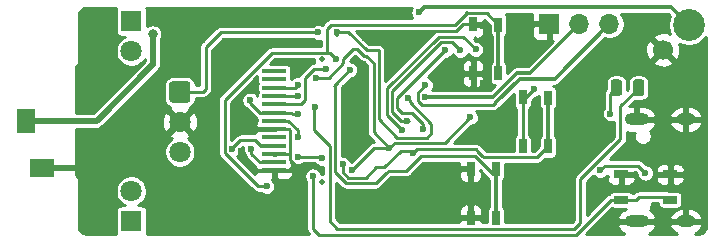
<source format=gtl>
G04 #@! TF.GenerationSoftware,KiCad,Pcbnew,(5.1.10-1-10_14)*
G04 #@! TF.CreationDate,2021-11-14T21:27:09+03:00*
G04 #@! TF.ProjectId,IR_iButton,49525f69-4275-4747-946f-6e2e6b696361,rev?*
G04 #@! TF.SameCoordinates,Original*
G04 #@! TF.FileFunction,Copper,L1,Top*
G04 #@! TF.FilePolarity,Positive*
%FSLAX46Y46*%
G04 Gerber Fmt 4.6, Leading zero omitted, Abs format (unit mm)*
G04 Created by KiCad (PCBNEW (5.1.10-1-10_14)) date 2021-11-14 21:27:09*
%MOMM*%
%LPD*%
G01*
G04 APERTURE LIST*
G04 #@! TA.AperFunction,SMDPad,CuDef*
%ADD10C,0.500000*%
G04 #@! TD*
G04 #@! TA.AperFunction,SMDPad,CuDef*
%ADD11R,2.000000X0.400000*%
G04 #@! TD*
G04 #@! TA.AperFunction,SMDPad,CuDef*
%ADD12C,2.700000*%
G04 #@! TD*
G04 #@! TA.AperFunction,ComponentPad*
%ADD13C,1.700000*%
G04 #@! TD*
G04 #@! TA.AperFunction,ComponentPad*
%ADD14O,2.100000X1.000000*%
G04 #@! TD*
G04 #@! TA.AperFunction,ComponentPad*
%ADD15O,1.600000X1.000000*%
G04 #@! TD*
G04 #@! TA.AperFunction,SMDPad,CuDef*
%ADD16R,0.650000X1.200000*%
G04 #@! TD*
G04 #@! TA.AperFunction,SMDPad,CuDef*
%ADD17R,1.200000X0.650000*%
G04 #@! TD*
G04 #@! TA.AperFunction,ComponentPad*
%ADD18O,1.700000X1.700000*%
G04 #@! TD*
G04 #@! TA.AperFunction,ComponentPad*
%ADD19R,1.700000X1.700000*%
G04 #@! TD*
G04 #@! TA.AperFunction,ComponentPad*
%ADD20R,1.524000X2.000000*%
G04 #@! TD*
G04 #@! TA.AperFunction,ComponentPad*
%ADD21R,2.000000X1.524000*%
G04 #@! TD*
G04 #@! TA.AperFunction,ComponentPad*
%ADD22C,1.800000*%
G04 #@! TD*
G04 #@! TA.AperFunction,ComponentPad*
%ADD23R,1.800000X1.800000*%
G04 #@! TD*
G04 #@! TA.AperFunction,ViaPad*
%ADD24C,0.600000*%
G04 #@! TD*
G04 #@! TA.AperFunction,ViaPad*
%ADD25C,0.800000*%
G04 #@! TD*
G04 #@! TA.AperFunction,Conductor*
%ADD26C,0.500000*%
G04 #@! TD*
G04 #@! TA.AperFunction,Conductor*
%ADD27C,0.250000*%
G04 #@! TD*
G04 #@! TA.AperFunction,Conductor*
%ADD28C,0.300000*%
G04 #@! TD*
G04 #@! TA.AperFunction,Conductor*
%ADD29C,0.254000*%
G04 #@! TD*
G04 #@! TA.AperFunction,Conductor*
%ADD30C,0.100000*%
G04 #@! TD*
G04 APERTURE END LIST*
D10*
X198000000Y-116200000D03*
X198000000Y-105800000D03*
D11*
X194000000Y-115200000D03*
X194000000Y-114500000D03*
X194000000Y-113800000D03*
X194000000Y-113100000D03*
X194000000Y-112400000D03*
X194000000Y-111700000D03*
X194000000Y-111000000D03*
X194000000Y-110300000D03*
X194000000Y-109600000D03*
X194000000Y-108900000D03*
X194000000Y-108200000D03*
X194000000Y-107500000D03*
X194000000Y-106800000D03*
D12*
X229100000Y-102900000D03*
D13*
X226900000Y-105000000D03*
D14*
X224670000Y-119520000D03*
X224670000Y-110880000D03*
D15*
X228850000Y-110880000D03*
X228850000Y-119520000D03*
D16*
X212775000Y-115100000D03*
X210625000Y-115075000D03*
X212775000Y-119225000D03*
X210625000Y-119225000D03*
D17*
X227490000Y-117685000D03*
X227515000Y-115535000D03*
X223365000Y-117685000D03*
X223365000Y-115535000D03*
D16*
X212975000Y-102850000D03*
X210825000Y-102825000D03*
X212975000Y-106975000D03*
X210825000Y-106975000D03*
X217175000Y-109050000D03*
X215025000Y-109025000D03*
X217175000Y-113175000D03*
X215025000Y-113175000D03*
G04 #@! TA.AperFunction,SMDPad,CuDef*
G36*
G01*
X223450000Y-107743750D02*
X223450000Y-108656250D01*
G75*
G02*
X223206250Y-108900000I-243750J0D01*
G01*
X222718750Y-108900000D01*
G75*
G02*
X222475000Y-108656250I0J243750D01*
G01*
X222475000Y-107743750D01*
G75*
G02*
X222718750Y-107500000I243750J0D01*
G01*
X223206250Y-107500000D01*
G75*
G02*
X223450000Y-107743750I0J-243750D01*
G01*
G37*
G04 #@! TD.AperFunction*
G04 #@! TA.AperFunction,SMDPad,CuDef*
G36*
G01*
X225325000Y-107743750D02*
X225325000Y-108656250D01*
G75*
G02*
X225081250Y-108900000I-243750J0D01*
G01*
X224593750Y-108900000D01*
G75*
G02*
X224350000Y-108656250I0J243750D01*
G01*
X224350000Y-107743750D01*
G75*
G02*
X224593750Y-107500000I243750J0D01*
G01*
X225081250Y-107500000D01*
G75*
G02*
X225325000Y-107743750I0J-243750D01*
G01*
G37*
G04 #@! TD.AperFunction*
D18*
X222380000Y-102800000D03*
X219840000Y-102800000D03*
D19*
X217300000Y-102800000D03*
D20*
X173000000Y-111000000D03*
D21*
X174300000Y-115000000D03*
D22*
X181900000Y-105100000D03*
D23*
X181900000Y-102560000D03*
D22*
X181900000Y-116960000D03*
D23*
X181900000Y-119500000D03*
D22*
X186000000Y-113640000D03*
X186000000Y-111100000D03*
G04 #@! TA.AperFunction,ComponentPad*
G36*
G01*
X185350200Y-107660000D02*
X186649800Y-107660000D01*
G75*
G02*
X186900000Y-107910200I0J-250200D01*
G01*
X186900000Y-109209800D01*
G75*
G02*
X186649800Y-109460000I-250200J0D01*
G01*
X185350200Y-109460000D01*
G75*
G02*
X185100000Y-109209800I0J250200D01*
G01*
X185100000Y-107910200D01*
G75*
G02*
X185350200Y-107660000I250200J0D01*
G01*
G37*
G04 #@! TD.AperFunction*
D24*
X201700000Y-104000000D03*
D25*
X200950000Y-110650000D03*
D24*
X214800000Y-116200000D03*
X211700000Y-103000000D03*
X199400000Y-116800000D03*
X207975000Y-116425000D03*
X212200000Y-112200000D03*
X211400000Y-110300000D03*
X216000000Y-110700000D03*
X216100000Y-112300000D03*
X226700000Y-108200000D03*
X218350020Y-113950000D03*
X221100000Y-105900000D03*
X210900000Y-117400000D03*
X211400000Y-117900000D03*
X192100000Y-108200000D03*
X204300000Y-105500000D03*
X195800000Y-106100000D03*
X183600000Y-110900000D03*
X197400000Y-102200000D03*
X188200000Y-103500000D03*
X211700000Y-107800000D03*
X191200000Y-113600000D03*
X178300000Y-112200000D03*
X178300000Y-110000000D03*
X201700000Y-106600000D03*
X203750000Y-113325000D03*
X197550000Y-107350000D03*
X216000000Y-108325000D03*
X200562500Y-115187500D03*
X210600000Y-110700000D03*
X225425000Y-115425000D03*
X221600000Y-115200000D03*
X190425000Y-113400000D03*
X204775000Y-111750000D03*
X211050000Y-104950000D03*
X205200000Y-111000000D03*
X209750000Y-105050000D03*
X195975000Y-112400000D03*
X196000000Y-110450000D03*
X191950000Y-109250000D03*
X198387500Y-106637500D03*
X196000000Y-108900000D03*
X196000000Y-107950000D03*
X198050000Y-114175000D03*
X196025000Y-114050000D03*
X222449990Y-110400000D03*
X192050000Y-113350000D03*
X206800000Y-108000000D03*
X206775000Y-109000000D03*
D25*
X183700000Y-103650000D03*
D24*
X206250000Y-101825000D03*
X197450000Y-109850000D03*
X206550000Y-111700000D03*
X208450000Y-105050000D03*
X205300000Y-109100000D03*
X199300000Y-103500000D03*
X197700000Y-103525000D03*
X200400000Y-106700000D03*
X199775000Y-114675000D03*
X205775000Y-113700000D03*
X193350010Y-116549990D03*
X199225000Y-105800000D03*
X197275000Y-115675000D03*
D26*
X182100000Y-115000000D02*
X186000000Y-111100000D01*
X174300000Y-115000000D02*
X182100000Y-115000000D01*
D27*
X195349999Y-114300001D02*
X195600000Y-114550002D01*
X195250000Y-111700000D02*
X195349999Y-111799999D01*
X194000000Y-111700000D02*
X195250000Y-111700000D01*
X195250000Y-115200000D02*
X194000000Y-115200000D01*
X195600000Y-114850000D02*
X195250000Y-115200000D01*
X195600000Y-114550002D02*
X195600000Y-114850000D01*
X195300000Y-113800000D02*
X195349999Y-113750001D01*
X194000000Y-113800000D02*
X195300000Y-113800000D01*
X195349999Y-113750001D02*
X195349999Y-114300001D01*
X195349999Y-111799999D02*
X195349999Y-113750001D01*
X209386431Y-103424979D02*
X203075021Y-103424979D01*
X209986410Y-102825000D02*
X209386431Y-103424979D01*
X210825000Y-102825000D02*
X209986410Y-102825000D01*
X203075021Y-103424979D02*
X203075021Y-103524979D01*
X215025000Y-113175000D02*
X215025000Y-109025000D01*
X215300000Y-109025000D02*
X216000000Y-108325000D01*
X215025000Y-109025000D02*
X215300000Y-109025000D01*
X216000000Y-108325000D02*
X216025000Y-108300000D01*
X202425000Y-113325000D02*
X200562500Y-115187500D01*
X203750000Y-113325000D02*
X202425000Y-113325000D01*
X208424989Y-112875011D02*
X210600000Y-110700000D01*
X204199989Y-112875011D02*
X208424989Y-112875011D01*
X203750000Y-113325000D02*
X204199989Y-112875011D01*
X201800010Y-105500010D02*
X202399990Y-106099990D01*
X201627189Y-105500009D02*
X201800010Y-105500010D01*
X202399990Y-106099990D02*
X202399990Y-111974990D01*
X201027180Y-104900000D02*
X201627189Y-105500009D01*
X202399990Y-111974990D02*
X203750000Y-113325000D01*
X199850001Y-106100001D02*
X199850001Y-105749999D01*
X200700000Y-104900000D02*
X201027180Y-104900000D01*
X199850001Y-105749999D02*
X200700000Y-104900000D01*
X198600002Y-107350000D02*
X199850001Y-106100001D01*
X197550000Y-107350000D02*
X198600002Y-107350000D01*
X224800001Y-114800001D02*
X225425000Y-115425000D01*
X221999999Y-114800001D02*
X224800001Y-114800001D01*
X221600000Y-115200000D02*
X221999999Y-114800001D01*
X225425000Y-115425000D02*
X225450000Y-115450000D01*
X191125001Y-112624999D02*
X190425000Y-113325000D01*
X192398001Y-112624999D02*
X191125001Y-112624999D01*
X192873002Y-113100000D02*
X192398001Y-112624999D01*
X194000000Y-113100000D02*
X192873002Y-113100000D01*
X209974989Y-103874989D02*
X211050000Y-104950000D01*
X207915599Y-103874989D02*
X209974989Y-103874989D01*
X203524980Y-108265608D02*
X207915599Y-103874989D01*
X203524980Y-110499980D02*
X203524980Y-108265608D01*
X204775000Y-111750000D02*
X203524980Y-110499980D01*
X211050000Y-104950000D02*
X211050000Y-104950000D01*
X204750000Y-111000000D02*
X205375000Y-111000000D01*
X203974989Y-110224989D02*
X204750000Y-111000000D01*
X203974989Y-108452009D02*
X203974989Y-110224989D01*
X208101999Y-104324999D02*
X203974989Y-108452009D01*
X209024999Y-104324999D02*
X208101999Y-104324999D01*
X209750000Y-105050000D02*
X209750000Y-105050000D01*
X209750000Y-105050000D02*
X209024999Y-104324999D01*
X195200000Y-111000000D02*
X194000000Y-111000000D01*
X195975000Y-111775000D02*
X195975000Y-112400000D01*
X195200000Y-111000000D02*
X195975000Y-111775000D01*
X195400000Y-110300000D02*
X195550000Y-110450000D01*
X195550000Y-110450000D02*
X196000000Y-110450000D01*
X192750000Y-110300000D02*
X195400000Y-110300000D01*
X191950000Y-109500000D02*
X192750000Y-110300000D01*
X191950000Y-109250000D02*
X191950000Y-109250000D01*
X191950000Y-109250000D02*
X191950000Y-109500000D01*
X198324999Y-106574999D02*
X198387500Y-106637500D01*
X198387500Y-106637500D02*
X198400000Y-106650000D01*
X196225002Y-109600000D02*
X195325000Y-109600000D01*
X196625001Y-109200001D02*
X196225002Y-109600000D01*
X197337498Y-106637500D02*
X196625001Y-107349997D01*
X198387500Y-106637500D02*
X197337498Y-106637500D01*
X196625001Y-107349997D02*
X196625001Y-109200001D01*
X195325000Y-109600000D02*
X195451998Y-109600000D01*
X194000000Y-109600000D02*
X195325000Y-109600000D01*
X196000000Y-108900000D02*
X196000000Y-108900000D01*
X196000000Y-108900000D02*
X194000000Y-108900000D01*
X194000000Y-108200000D02*
X195750000Y-108200000D01*
X195750000Y-108200000D02*
X196000000Y-107950000D01*
X196000000Y-107950000D02*
X196000000Y-107950000D01*
X197925000Y-114050000D02*
X198050000Y-114175000D01*
X196025000Y-114050000D02*
X197925000Y-114050000D01*
X222449990Y-108712510D02*
X222962500Y-108200000D01*
X222449990Y-109949990D02*
X222449990Y-108712510D01*
X222449990Y-109949990D02*
X222450010Y-109949990D01*
X222449990Y-109950010D02*
X222449990Y-110400000D01*
X222450010Y-109949990D02*
X222449990Y-109950010D01*
X192050000Y-113800000D02*
X192050000Y-113350000D01*
X192750000Y-114500000D02*
X192050000Y-113800000D01*
X194000000Y-114500000D02*
X192750000Y-114500000D01*
X192050000Y-113350000D02*
X192050000Y-113350000D01*
D28*
X217729990Y-107450010D02*
X214762112Y-107450010D01*
X222380000Y-102800000D02*
X217729990Y-107450010D01*
D27*
X206149999Y-108650001D02*
X206800000Y-108000000D01*
X206474999Y-109625001D02*
X206149999Y-109300001D01*
X212551766Y-109625001D02*
X206474999Y-109625001D01*
X212770706Y-109406061D02*
X212551766Y-109625001D01*
X212806061Y-109406061D02*
X212770706Y-109406061D01*
X206149999Y-109300001D02*
X206149999Y-108650001D01*
D28*
X214762112Y-107450010D02*
X212806061Y-109406061D01*
X212505002Y-109000000D02*
X206800000Y-109000000D01*
X213650001Y-107855001D02*
X212505002Y-109000000D01*
X219840000Y-102800000D02*
X215690000Y-106950000D01*
X213650001Y-107849999D02*
X214550000Y-106950000D01*
X213650001Y-107855001D02*
X213650001Y-107849999D01*
X215690000Y-106950000D02*
X214550000Y-106950000D01*
D26*
X178950000Y-111000000D02*
X173000000Y-111000000D01*
X183700000Y-106250000D02*
X183662500Y-106287500D01*
X183700000Y-103650000D02*
X183700000Y-106250000D01*
X183662500Y-106287500D02*
X178950000Y-111000000D01*
D28*
X227600000Y-101400000D02*
X206650000Y-101400000D01*
X229100000Y-102900000D02*
X227600000Y-101400000D01*
X206650000Y-101425000D02*
X206250000Y-101825000D01*
X206650000Y-101400000D02*
X206650000Y-101425000D01*
D27*
X223294990Y-109742510D02*
X223294990Y-112580008D01*
X219925000Y-115949998D02*
X219925000Y-119638590D01*
X223294990Y-112580008D02*
X219925000Y-115949998D01*
X224837500Y-108200000D02*
X223294990Y-109742510D01*
X219925000Y-119638590D02*
X219413589Y-120150001D01*
X198699989Y-113121423D02*
X197375000Y-111796434D01*
X197375000Y-111796434D02*
X197375000Y-109875000D01*
X198699989Y-119499989D02*
X198699989Y-113121423D01*
X199350001Y-120150001D02*
X198699989Y-119499989D01*
X219413589Y-120150001D02*
X199350001Y-120150001D01*
X204424999Y-109075001D02*
X208450000Y-105050000D01*
X204424999Y-109424999D02*
X204424999Y-109949999D01*
X204424999Y-109798001D02*
X204424999Y-109424999D01*
X204424999Y-109424999D02*
X204424999Y-109075001D01*
X205649263Y-110374999D02*
X206550000Y-111275736D01*
X204849999Y-110374999D02*
X205649263Y-110374999D01*
X206550000Y-111275736D02*
X206550000Y-111700000D01*
X204424999Y-109949999D02*
X204849999Y-110374999D01*
X208450000Y-105050000D02*
X208450000Y-105050000D01*
X187940000Y-108560000D02*
X186000000Y-108560000D01*
X188200000Y-108300000D02*
X187940000Y-108560000D01*
X188200000Y-104775000D02*
X188200000Y-108300000D01*
X197700000Y-103525000D02*
X189450000Y-103525000D01*
X189450000Y-103525000D02*
X188350000Y-104625000D01*
X188350000Y-104625000D02*
X188200000Y-104775000D01*
X188875000Y-104100000D02*
X188350000Y-104625000D01*
D28*
X199300000Y-103700000D02*
X199300000Y-103500000D01*
D27*
X200263590Y-103500000D02*
X199300000Y-103500000D01*
X201813590Y-105050000D02*
X200263590Y-103500000D01*
X202850000Y-105050000D02*
X201813590Y-105050000D01*
X206898001Y-112425001D02*
X204401999Y-112425001D01*
X205300000Y-109100000D02*
X205468234Y-109268234D01*
X205468234Y-109450000D02*
X207275001Y-111256767D01*
X202850000Y-110873002D02*
X202850000Y-105050000D01*
X207275001Y-112048001D02*
X206898001Y-112425001D01*
X204401999Y-112425001D02*
X202850000Y-110873002D01*
X205468234Y-109268234D02*
X205468234Y-109450000D01*
X207275001Y-111256767D02*
X207275001Y-112048001D01*
D28*
X212775000Y-115150000D02*
X212775000Y-118600000D01*
X212775000Y-118600000D02*
X212775000Y-119275000D01*
D27*
X200450000Y-106650000D02*
X200450000Y-106650000D01*
X200450000Y-106650000D02*
X199049999Y-108050001D01*
X203474999Y-115400001D02*
X202575000Y-116300000D01*
X203501999Y-115400001D02*
X203474999Y-115400001D01*
X205149003Y-115250000D02*
X203652000Y-115250000D01*
X206400001Y-113999002D02*
X205149003Y-115250000D01*
X211009004Y-113999002D02*
X206400001Y-113999002D01*
X203652000Y-115250000D02*
X203501999Y-115400001D01*
X212524999Y-115514997D02*
X211009004Y-113999002D01*
X199149999Y-107950001D02*
X199200000Y-107900000D01*
X199149999Y-115361411D02*
X199149999Y-107950001D01*
X200088588Y-116300000D02*
X199149999Y-115361411D01*
X202575000Y-116300000D02*
X200088588Y-116300000D01*
X199200000Y-107900000D02*
X200450000Y-106650000D01*
D28*
X217175000Y-113175000D02*
X217175000Y-109050000D01*
D27*
X201724999Y-115825001D02*
X200249999Y-115825001D01*
X200249999Y-115825001D02*
X199775000Y-115350002D01*
X203315599Y-114949991D02*
X202600009Y-114949991D01*
X199775000Y-115350002D02*
X199775000Y-114675000D01*
X216249999Y-114100001D02*
X211746413Y-114100001D01*
X202600009Y-114949991D02*
X201724999Y-115825001D01*
X217175000Y-113175000D02*
X216249999Y-114100001D01*
X206074999Y-113400001D02*
X211046413Y-113400001D01*
X205775000Y-113700000D02*
X206074999Y-113400001D01*
X211046413Y-113400001D02*
X211598206Y-113951794D01*
X211598206Y-113951794D02*
X211195404Y-113548992D01*
X211746413Y-114100001D02*
X211598206Y-113951794D01*
X204716597Y-113548993D02*
X203315599Y-114949991D01*
X205623993Y-113548993D02*
X204716597Y-113548993D01*
X205775000Y-113700000D02*
X205623993Y-113548993D01*
D28*
X212975000Y-102850000D02*
X212975000Y-106975000D01*
D27*
X210275001Y-101899999D02*
X212024999Y-101899999D01*
X212024999Y-101899999D02*
X212975000Y-102850000D01*
D28*
X210274990Y-101900010D02*
X210275001Y-101900010D01*
D27*
X198474999Y-105225001D02*
X198450001Y-105249999D01*
X198674999Y-105249999D02*
X198450001Y-105249999D01*
X198674999Y-105249999D02*
X199225000Y-105800000D01*
X198474999Y-103200001D02*
X198474999Y-104825001D01*
X209325001Y-102849999D02*
X198825001Y-102849999D01*
X210274990Y-101900010D02*
X209325001Y-102849999D01*
X198474999Y-104825001D02*
X198474999Y-105225001D01*
X198474999Y-104574999D02*
X198474999Y-104825001D01*
X193814999Y-105224999D02*
X198474997Y-105224999D01*
X198474997Y-105224999D02*
X198474999Y-105225001D01*
X189799999Y-113700001D02*
X189799999Y-109239999D01*
X189799999Y-109239999D02*
X193814999Y-105224999D01*
X192649988Y-116549990D02*
X189799999Y-113700001D01*
X193350010Y-116549990D02*
X192649988Y-116549990D01*
X198825001Y-102849999D02*
X198474999Y-103200001D01*
X227244999Y-117439999D02*
X227490000Y-117685000D01*
X224887999Y-117439999D02*
X227244999Y-117439999D01*
X224642998Y-117685000D02*
X224887999Y-117439999D01*
X223365000Y-117685000D02*
X224642998Y-117685000D01*
X197275000Y-120125000D02*
X197275000Y-115675000D01*
X197799990Y-120649990D02*
X197275000Y-120125000D01*
X219550010Y-120649990D02*
X197799990Y-120649990D01*
X222515000Y-117685000D02*
X219550010Y-120649990D01*
X223365000Y-117685000D02*
X222515000Y-117685000D01*
D29*
X227500942Y-102116943D02*
X227391289Y-102381668D01*
X227323000Y-102724981D01*
X227323000Y-103075019D01*
X227391289Y-103418332D01*
X227479423Y-103631106D01*
X227407117Y-103596629D01*
X227123589Y-103524661D01*
X226831469Y-103509389D01*
X226541981Y-103551401D01*
X226266253Y-103649081D01*
X226128843Y-103722528D01*
X226051208Y-103971603D01*
X226900000Y-104820395D01*
X226914143Y-104806253D01*
X227093748Y-104985858D01*
X227079605Y-105000000D01*
X227928397Y-105848792D01*
X228177472Y-105771157D01*
X228303371Y-105507117D01*
X228375339Y-105223589D01*
X228390611Y-104931469D01*
X228348599Y-104641981D01*
X228294703Y-104489846D01*
X228581668Y-104608711D01*
X228924981Y-104677000D01*
X229275019Y-104677000D01*
X229618332Y-104608711D01*
X229941725Y-104474757D01*
X230232771Y-104280286D01*
X230480286Y-104032771D01*
X230548000Y-103931430D01*
X230548001Y-119977881D01*
X230535436Y-120106023D01*
X230504648Y-120207999D01*
X230495852Y-120224542D01*
X230223913Y-120496481D01*
X230211520Y-120503182D01*
X230109755Y-120534684D01*
X229983062Y-120548000D01*
X229636543Y-120548000D01*
X229701678Y-120520003D01*
X229886169Y-120393161D01*
X230042369Y-120232764D01*
X230164276Y-120044976D01*
X230244119Y-119821874D01*
X230117954Y-119647000D01*
X228977000Y-119647000D01*
X228977000Y-119667000D01*
X228723000Y-119667000D01*
X228723000Y-119647000D01*
X227582046Y-119647000D01*
X227455881Y-119821874D01*
X227535724Y-120044976D01*
X227657631Y-120232764D01*
X227813831Y-120393161D01*
X227998322Y-120520003D01*
X228063457Y-120548000D01*
X225706543Y-120548000D01*
X225771678Y-120520003D01*
X225956169Y-120393161D01*
X226112369Y-120232764D01*
X226234276Y-120044976D01*
X226314119Y-119821874D01*
X226187954Y-119647000D01*
X224797000Y-119647000D01*
X224797000Y-119667000D01*
X224543000Y-119667000D01*
X224543000Y-119647000D01*
X223152046Y-119647000D01*
X223025881Y-119821874D01*
X223105724Y-120044976D01*
X223227631Y-120232764D01*
X223383831Y-120393161D01*
X223568322Y-120520003D01*
X223633457Y-120548000D01*
X220432644Y-120548000D01*
X222583493Y-118397152D01*
X222600804Y-118406405D01*
X222681293Y-118430822D01*
X222765000Y-118439066D01*
X223756608Y-118439066D01*
X223568322Y-118519997D01*
X223383831Y-118646839D01*
X223227631Y-118807236D01*
X223105724Y-118995024D01*
X223025881Y-119218126D01*
X223152046Y-119393000D01*
X224543000Y-119393000D01*
X224543000Y-119373000D01*
X224797000Y-119373000D01*
X224797000Y-119393000D01*
X226187954Y-119393000D01*
X226314119Y-119218126D01*
X227455881Y-119218126D01*
X227582046Y-119393000D01*
X228723000Y-119393000D01*
X228723000Y-118385000D01*
X228977000Y-118385000D01*
X228977000Y-119393000D01*
X230117954Y-119393000D01*
X230244119Y-119218126D01*
X230164276Y-118995024D01*
X230042369Y-118807236D01*
X229886169Y-118646839D01*
X229701678Y-118519997D01*
X229495987Y-118431585D01*
X229277000Y-118385000D01*
X228977000Y-118385000D01*
X228723000Y-118385000D01*
X228423000Y-118385000D01*
X228204013Y-118431585D01*
X227998322Y-118519997D01*
X227813831Y-118646839D01*
X227657631Y-118807236D01*
X227535724Y-118995024D01*
X227455881Y-119218126D01*
X226314119Y-119218126D01*
X226234276Y-118995024D01*
X226112369Y-118807236D01*
X225956169Y-118646839D01*
X225802808Y-118541399D01*
X225866414Y-118446206D01*
X225923101Y-118309350D01*
X225952000Y-118164066D01*
X225952000Y-118015934D01*
X225947239Y-117991999D01*
X226460934Y-117991999D01*
X226460934Y-118010000D01*
X226469178Y-118093707D01*
X226493595Y-118174196D01*
X226533245Y-118248376D01*
X226586605Y-118313395D01*
X226651624Y-118366755D01*
X226725804Y-118406405D01*
X226806293Y-118430822D01*
X226890000Y-118439066D01*
X228090000Y-118439066D01*
X228173707Y-118430822D01*
X228254196Y-118406405D01*
X228328376Y-118366755D01*
X228393395Y-118313395D01*
X228446755Y-118248376D01*
X228486405Y-118174196D01*
X228510822Y-118093707D01*
X228519066Y-118010000D01*
X228519066Y-117360000D01*
X228510822Y-117276293D01*
X228486405Y-117195804D01*
X228446755Y-117121624D01*
X228393395Y-117056605D01*
X228328376Y-117003245D01*
X228254196Y-116963595D01*
X228173707Y-116939178D01*
X228090000Y-116930934D01*
X227463591Y-116930934D01*
X227457262Y-116927551D01*
X227353210Y-116895987D01*
X227272108Y-116887999D01*
X227272105Y-116887999D01*
X227244999Y-116885329D01*
X227217893Y-116887999D01*
X224915107Y-116887999D01*
X224887999Y-116885329D01*
X224860890Y-116887999D01*
X224779788Y-116895987D01*
X224675736Y-116927551D01*
X224579841Y-116978808D01*
X224495788Y-117047788D01*
X224478502Y-117068851D01*
X224414353Y-117133000D01*
X224327836Y-117133000D01*
X224321755Y-117121624D01*
X224268395Y-117056605D01*
X224203376Y-117003245D01*
X224129196Y-116963595D01*
X224048707Y-116939178D01*
X223965000Y-116930934D01*
X222765000Y-116930934D01*
X222681293Y-116939178D01*
X222600804Y-116963595D01*
X222526624Y-117003245D01*
X222461605Y-117056605D01*
X222408245Y-117121624D01*
X222396174Y-117144208D01*
X222302737Y-117172552D01*
X222206842Y-117223809D01*
X222122789Y-117292789D01*
X222105508Y-117313846D01*
X220477000Y-118942355D01*
X220477000Y-116178642D01*
X221018040Y-115637602D01*
X221035302Y-115663436D01*
X221136564Y-115764698D01*
X221255636Y-115844259D01*
X221387942Y-115899062D01*
X221528397Y-115927000D01*
X221671603Y-115927000D01*
X221812058Y-115899062D01*
X221944364Y-115844259D01*
X222063436Y-115764698D01*
X222164698Y-115663436D01*
X222165656Y-115662002D01*
X222288748Y-115662002D01*
X222130000Y-115820750D01*
X222126928Y-115860000D01*
X222139188Y-115984482D01*
X222175498Y-116104180D01*
X222234463Y-116214494D01*
X222313815Y-116311185D01*
X222410506Y-116390537D01*
X222520820Y-116449502D01*
X222640518Y-116485812D01*
X222765000Y-116498072D01*
X223079250Y-116495000D01*
X223238000Y-116336250D01*
X223238000Y-115662000D01*
X223492000Y-115662000D01*
X223492000Y-116336250D01*
X223650750Y-116495000D01*
X223965000Y-116498072D01*
X224089482Y-116485812D01*
X224209180Y-116449502D01*
X224319494Y-116390537D01*
X224416185Y-116311185D01*
X224495537Y-116214494D01*
X224554502Y-116104180D01*
X224590812Y-115984482D01*
X224603072Y-115860000D01*
X224600000Y-115820750D01*
X224441250Y-115662000D01*
X223492000Y-115662000D01*
X223238000Y-115662000D01*
X223218000Y-115662000D01*
X223218000Y-115408000D01*
X223238000Y-115408000D01*
X223238000Y-115388000D01*
X223492000Y-115388000D01*
X223492000Y-115408000D01*
X224441250Y-115408000D01*
X224497249Y-115352001D01*
X224571356Y-115352001D01*
X224698000Y-115478645D01*
X224698000Y-115496603D01*
X224725938Y-115637058D01*
X224780741Y-115769364D01*
X224860302Y-115888436D01*
X224961564Y-115989698D01*
X225080636Y-116069259D01*
X225212942Y-116124062D01*
X225353397Y-116152000D01*
X225496603Y-116152000D01*
X225637058Y-116124062D01*
X225769364Y-116069259D01*
X225888436Y-115989698D01*
X225989698Y-115888436D01*
X226008698Y-115860000D01*
X226276928Y-115860000D01*
X226289188Y-115984482D01*
X226325498Y-116104180D01*
X226384463Y-116214494D01*
X226463815Y-116311185D01*
X226560506Y-116390537D01*
X226670820Y-116449502D01*
X226790518Y-116485812D01*
X226915000Y-116498072D01*
X227229250Y-116495000D01*
X227388000Y-116336250D01*
X227388000Y-115662000D01*
X227642000Y-115662000D01*
X227642000Y-116336250D01*
X227800750Y-116495000D01*
X228115000Y-116498072D01*
X228239482Y-116485812D01*
X228359180Y-116449502D01*
X228469494Y-116390537D01*
X228566185Y-116311185D01*
X228645537Y-116214494D01*
X228704502Y-116104180D01*
X228740812Y-115984482D01*
X228753072Y-115860000D01*
X228750000Y-115820750D01*
X228591250Y-115662000D01*
X227642000Y-115662000D01*
X227388000Y-115662000D01*
X226438750Y-115662000D01*
X226280000Y-115820750D01*
X226276928Y-115860000D01*
X226008698Y-115860000D01*
X226069259Y-115769364D01*
X226124062Y-115637058D01*
X226152000Y-115496603D01*
X226152000Y-115353397D01*
X226124062Y-115212942D01*
X226122844Y-115210000D01*
X226276928Y-115210000D01*
X226280000Y-115249250D01*
X226438750Y-115408000D01*
X227388000Y-115408000D01*
X227388000Y-114733750D01*
X227642000Y-114733750D01*
X227642000Y-115408000D01*
X228591250Y-115408000D01*
X228750000Y-115249250D01*
X228753072Y-115210000D01*
X228740812Y-115085518D01*
X228704502Y-114965820D01*
X228645537Y-114855506D01*
X228566185Y-114758815D01*
X228469494Y-114679463D01*
X228359180Y-114620498D01*
X228239482Y-114584188D01*
X228115000Y-114571928D01*
X227800750Y-114575000D01*
X227642000Y-114733750D01*
X227388000Y-114733750D01*
X227229250Y-114575000D01*
X226915000Y-114571928D01*
X226790518Y-114584188D01*
X226670820Y-114620498D01*
X226560506Y-114679463D01*
X226463815Y-114758815D01*
X226384463Y-114855506D01*
X226325498Y-114965820D01*
X226289188Y-115085518D01*
X226276928Y-115210000D01*
X226122844Y-115210000D01*
X226069259Y-115080636D01*
X225989698Y-114961564D01*
X225888436Y-114860302D01*
X225769364Y-114780741D01*
X225637058Y-114725938D01*
X225496603Y-114698000D01*
X225478645Y-114698000D01*
X225209501Y-114428857D01*
X225192212Y-114407790D01*
X225108159Y-114338810D01*
X225012264Y-114287553D01*
X224908212Y-114255989D01*
X224827110Y-114248001D01*
X224827107Y-114248001D01*
X224800001Y-114245331D01*
X224772895Y-114248001D01*
X222407642Y-114248001D01*
X223666144Y-112989500D01*
X223687201Y-112972219D01*
X223756181Y-112888166D01*
X223807438Y-112792271D01*
X223839002Y-112688219D01*
X223846990Y-112607117D01*
X223849660Y-112580008D01*
X223846990Y-112552900D01*
X223846990Y-111983939D01*
X223993000Y-112015000D01*
X224508234Y-112015000D01*
X224476899Y-112090650D01*
X224448000Y-112235934D01*
X224448000Y-112384066D01*
X224476899Y-112529350D01*
X224533586Y-112666206D01*
X224615883Y-112789372D01*
X224720628Y-112894117D01*
X224843794Y-112976414D01*
X224980650Y-113033101D01*
X225125934Y-113062000D01*
X225274066Y-113062000D01*
X225419350Y-113033101D01*
X225556206Y-112976414D01*
X225679372Y-112894117D01*
X225784117Y-112789372D01*
X225866414Y-112666206D01*
X225923101Y-112529350D01*
X225952000Y-112384066D01*
X225952000Y-112235934D01*
X225923101Y-112090650D01*
X225866414Y-111953794D01*
X225802808Y-111858601D01*
X225956169Y-111753161D01*
X226112369Y-111592764D01*
X226234276Y-111404976D01*
X226314119Y-111181874D01*
X227455881Y-111181874D01*
X227535724Y-111404976D01*
X227657631Y-111592764D01*
X227813831Y-111753161D01*
X227998322Y-111880003D01*
X228204013Y-111968415D01*
X228423000Y-112015000D01*
X228723000Y-112015000D01*
X228723000Y-111007000D01*
X228977000Y-111007000D01*
X228977000Y-112015000D01*
X229277000Y-112015000D01*
X229495987Y-111968415D01*
X229701678Y-111880003D01*
X229886169Y-111753161D01*
X230042369Y-111592764D01*
X230164276Y-111404976D01*
X230244119Y-111181874D01*
X230117954Y-111007000D01*
X228977000Y-111007000D01*
X228723000Y-111007000D01*
X227582046Y-111007000D01*
X227455881Y-111181874D01*
X226314119Y-111181874D01*
X226187954Y-111007000D01*
X224797000Y-111007000D01*
X224797000Y-111027000D01*
X224543000Y-111027000D01*
X224543000Y-111007000D01*
X224523000Y-111007000D01*
X224523000Y-110753000D01*
X224543000Y-110753000D01*
X224543000Y-109745000D01*
X224797000Y-109745000D01*
X224797000Y-110753000D01*
X226187954Y-110753000D01*
X226314119Y-110578126D01*
X227455881Y-110578126D01*
X227582046Y-110753000D01*
X228723000Y-110753000D01*
X228723000Y-109745000D01*
X228977000Y-109745000D01*
X228977000Y-110753000D01*
X230117954Y-110753000D01*
X230244119Y-110578126D01*
X230164276Y-110355024D01*
X230042369Y-110167236D01*
X229886169Y-110006839D01*
X229701678Y-109879997D01*
X229495987Y-109791585D01*
X229277000Y-109745000D01*
X228977000Y-109745000D01*
X228723000Y-109745000D01*
X228423000Y-109745000D01*
X228204013Y-109791585D01*
X227998322Y-109879997D01*
X227813831Y-110006839D01*
X227657631Y-110167236D01*
X227535724Y-110355024D01*
X227455881Y-110578126D01*
X226314119Y-110578126D01*
X226234276Y-110355024D01*
X226112369Y-110167236D01*
X225956169Y-110006839D01*
X225771678Y-109879997D01*
X225565987Y-109791585D01*
X225347000Y-109745000D01*
X224797000Y-109745000D01*
X224543000Y-109745000D01*
X224073145Y-109745000D01*
X224498464Y-109319681D01*
X224593750Y-109329066D01*
X225081250Y-109329066D01*
X225212510Y-109316138D01*
X225338726Y-109277851D01*
X225455047Y-109215676D01*
X225557003Y-109132003D01*
X225640676Y-109030047D01*
X225702851Y-108913726D01*
X225741138Y-108787510D01*
X225754066Y-108656250D01*
X225754066Y-107743750D01*
X225741138Y-107612490D01*
X225702851Y-107486274D01*
X225640676Y-107369953D01*
X225557003Y-107267997D01*
X225455047Y-107184324D01*
X225338726Y-107122149D01*
X225212510Y-107083862D01*
X225081250Y-107070934D01*
X224593750Y-107070934D01*
X224462490Y-107083862D01*
X224336274Y-107122149D01*
X224219953Y-107184324D01*
X224117997Y-107267997D01*
X224034324Y-107369953D01*
X223972149Y-107486274D01*
X223933862Y-107612490D01*
X223920934Y-107743750D01*
X223920934Y-108335921D01*
X223879066Y-108377789D01*
X223879066Y-107743750D01*
X223866138Y-107612490D01*
X223827851Y-107486274D01*
X223765676Y-107369953D01*
X223682003Y-107267997D01*
X223580047Y-107184324D01*
X223463726Y-107122149D01*
X223337510Y-107083862D01*
X223206250Y-107070934D01*
X222718750Y-107070934D01*
X222587490Y-107083862D01*
X222461274Y-107122149D01*
X222344953Y-107184324D01*
X222242997Y-107267997D01*
X222159324Y-107369953D01*
X222097149Y-107486274D01*
X222058862Y-107612490D01*
X222045934Y-107743750D01*
X222045934Y-108334734D01*
X222004144Y-108385655D01*
X221988799Y-108404353D01*
X221937542Y-108500248D01*
X221905979Y-108604300D01*
X221895320Y-108712510D01*
X221897991Y-108739626D01*
X221897990Y-109922881D01*
X221897882Y-109923974D01*
X221885292Y-109936564D01*
X221805731Y-110055636D01*
X221750928Y-110187942D01*
X221722990Y-110328397D01*
X221722990Y-110471603D01*
X221750928Y-110612058D01*
X221805731Y-110744364D01*
X221885292Y-110863436D01*
X221986554Y-110964698D01*
X222105626Y-111044259D01*
X222237932Y-111099062D01*
X222378387Y-111127000D01*
X222521593Y-111127000D01*
X222662048Y-111099062D01*
X222742990Y-111065534D01*
X222742991Y-112351361D01*
X219553856Y-115540497D01*
X219532789Y-115557787D01*
X219463809Y-115641840D01*
X219412552Y-115737736D01*
X219380988Y-115841788D01*
X219373000Y-115922889D01*
X219370330Y-115949998D01*
X219373000Y-115977104D01*
X219373001Y-119409944D01*
X219184944Y-119598001D01*
X213529066Y-119598001D01*
X213529066Y-118625000D01*
X213520822Y-118541293D01*
X213496405Y-118460804D01*
X213456755Y-118386624D01*
X213403395Y-118321605D01*
X213352000Y-118279426D01*
X213352000Y-116045574D01*
X213403395Y-116003395D01*
X213456755Y-115938376D01*
X213496405Y-115864196D01*
X213520822Y-115783707D01*
X213529066Y-115700000D01*
X213529066Y-114652001D01*
X216222893Y-114652001D01*
X216249999Y-114654671D01*
X216277105Y-114652001D01*
X216277108Y-114652001D01*
X216358210Y-114644013D01*
X216462262Y-114612449D01*
X216558157Y-114561192D01*
X216642210Y-114492212D01*
X216659499Y-114471145D01*
X216926578Y-114204066D01*
X217500000Y-114204066D01*
X217583707Y-114195822D01*
X217664196Y-114171405D01*
X217738376Y-114131755D01*
X217803395Y-114078395D01*
X217856755Y-114013376D01*
X217896405Y-113939196D01*
X217920822Y-113858707D01*
X217929066Y-113775000D01*
X217929066Y-112575000D01*
X217920822Y-112491293D01*
X217896405Y-112410804D01*
X217856755Y-112336624D01*
X217803395Y-112271605D01*
X217752000Y-112229426D01*
X217752000Y-109995574D01*
X217803395Y-109953395D01*
X217856755Y-109888376D01*
X217896405Y-109814196D01*
X217920822Y-109733707D01*
X217929066Y-109650000D01*
X217929066Y-108450000D01*
X217920822Y-108366293D01*
X217896405Y-108285804D01*
X217856755Y-108211624D01*
X217803395Y-108146605D01*
X217738376Y-108093245D01*
X217664196Y-108053595D01*
X217583707Y-108029178D01*
X217561694Y-108027010D01*
X217701659Y-108027010D01*
X217729990Y-108029800D01*
X217758321Y-108027010D01*
X217758326Y-108027010D01*
X217788035Y-108024084D01*
X217843101Y-108018661D01*
X217893424Y-108003395D01*
X217951866Y-107985667D01*
X218052105Y-107932089D01*
X218139964Y-107859984D01*
X218158029Y-107837972D01*
X219967604Y-106028397D01*
X226051208Y-106028397D01*
X226128843Y-106277472D01*
X226392883Y-106403371D01*
X226676411Y-106475339D01*
X226968531Y-106490611D01*
X227258019Y-106448599D01*
X227533747Y-106350919D01*
X227671157Y-106277472D01*
X227748792Y-106028397D01*
X226900000Y-105179605D01*
X226051208Y-106028397D01*
X219967604Y-106028397D01*
X220927470Y-105068531D01*
X225409389Y-105068531D01*
X225451401Y-105358019D01*
X225549081Y-105633747D01*
X225622528Y-105771157D01*
X225871603Y-105848792D01*
X226720395Y-105000000D01*
X225871603Y-104151208D01*
X225622528Y-104228843D01*
X225496629Y-104492883D01*
X225424661Y-104776411D01*
X225409389Y-105068531D01*
X220927470Y-105068531D01*
X221979627Y-104016375D01*
X222007513Y-104027926D01*
X222254226Y-104077000D01*
X222505774Y-104077000D01*
X222752487Y-104027926D01*
X222984886Y-103931663D01*
X223194040Y-103791911D01*
X223371911Y-103614040D01*
X223511663Y-103404886D01*
X223607926Y-103172487D01*
X223657000Y-102925774D01*
X223657000Y-102674226D01*
X223607926Y-102427513D01*
X223511663Y-102195114D01*
X223371911Y-101985960D01*
X223362951Y-101977000D01*
X227360999Y-101977000D01*
X227500942Y-102116943D01*
G04 #@! TA.AperFunction,Conductor*
D30*
G36*
X227500942Y-102116943D02*
G01*
X227391289Y-102381668D01*
X227323000Y-102724981D01*
X227323000Y-103075019D01*
X227391289Y-103418332D01*
X227479423Y-103631106D01*
X227407117Y-103596629D01*
X227123589Y-103524661D01*
X226831469Y-103509389D01*
X226541981Y-103551401D01*
X226266253Y-103649081D01*
X226128843Y-103722528D01*
X226051208Y-103971603D01*
X226900000Y-104820395D01*
X226914143Y-104806253D01*
X227093748Y-104985858D01*
X227079605Y-105000000D01*
X227928397Y-105848792D01*
X228177472Y-105771157D01*
X228303371Y-105507117D01*
X228375339Y-105223589D01*
X228390611Y-104931469D01*
X228348599Y-104641981D01*
X228294703Y-104489846D01*
X228581668Y-104608711D01*
X228924981Y-104677000D01*
X229275019Y-104677000D01*
X229618332Y-104608711D01*
X229941725Y-104474757D01*
X230232771Y-104280286D01*
X230480286Y-104032771D01*
X230548000Y-103931430D01*
X230548001Y-119977881D01*
X230535436Y-120106023D01*
X230504648Y-120207999D01*
X230495852Y-120224542D01*
X230223913Y-120496481D01*
X230211520Y-120503182D01*
X230109755Y-120534684D01*
X229983062Y-120548000D01*
X229636543Y-120548000D01*
X229701678Y-120520003D01*
X229886169Y-120393161D01*
X230042369Y-120232764D01*
X230164276Y-120044976D01*
X230244119Y-119821874D01*
X230117954Y-119647000D01*
X228977000Y-119647000D01*
X228977000Y-119667000D01*
X228723000Y-119667000D01*
X228723000Y-119647000D01*
X227582046Y-119647000D01*
X227455881Y-119821874D01*
X227535724Y-120044976D01*
X227657631Y-120232764D01*
X227813831Y-120393161D01*
X227998322Y-120520003D01*
X228063457Y-120548000D01*
X225706543Y-120548000D01*
X225771678Y-120520003D01*
X225956169Y-120393161D01*
X226112369Y-120232764D01*
X226234276Y-120044976D01*
X226314119Y-119821874D01*
X226187954Y-119647000D01*
X224797000Y-119647000D01*
X224797000Y-119667000D01*
X224543000Y-119667000D01*
X224543000Y-119647000D01*
X223152046Y-119647000D01*
X223025881Y-119821874D01*
X223105724Y-120044976D01*
X223227631Y-120232764D01*
X223383831Y-120393161D01*
X223568322Y-120520003D01*
X223633457Y-120548000D01*
X220432644Y-120548000D01*
X222583493Y-118397152D01*
X222600804Y-118406405D01*
X222681293Y-118430822D01*
X222765000Y-118439066D01*
X223756608Y-118439066D01*
X223568322Y-118519997D01*
X223383831Y-118646839D01*
X223227631Y-118807236D01*
X223105724Y-118995024D01*
X223025881Y-119218126D01*
X223152046Y-119393000D01*
X224543000Y-119393000D01*
X224543000Y-119373000D01*
X224797000Y-119373000D01*
X224797000Y-119393000D01*
X226187954Y-119393000D01*
X226314119Y-119218126D01*
X227455881Y-119218126D01*
X227582046Y-119393000D01*
X228723000Y-119393000D01*
X228723000Y-118385000D01*
X228977000Y-118385000D01*
X228977000Y-119393000D01*
X230117954Y-119393000D01*
X230244119Y-119218126D01*
X230164276Y-118995024D01*
X230042369Y-118807236D01*
X229886169Y-118646839D01*
X229701678Y-118519997D01*
X229495987Y-118431585D01*
X229277000Y-118385000D01*
X228977000Y-118385000D01*
X228723000Y-118385000D01*
X228423000Y-118385000D01*
X228204013Y-118431585D01*
X227998322Y-118519997D01*
X227813831Y-118646839D01*
X227657631Y-118807236D01*
X227535724Y-118995024D01*
X227455881Y-119218126D01*
X226314119Y-119218126D01*
X226234276Y-118995024D01*
X226112369Y-118807236D01*
X225956169Y-118646839D01*
X225802808Y-118541399D01*
X225866414Y-118446206D01*
X225923101Y-118309350D01*
X225952000Y-118164066D01*
X225952000Y-118015934D01*
X225947239Y-117991999D01*
X226460934Y-117991999D01*
X226460934Y-118010000D01*
X226469178Y-118093707D01*
X226493595Y-118174196D01*
X226533245Y-118248376D01*
X226586605Y-118313395D01*
X226651624Y-118366755D01*
X226725804Y-118406405D01*
X226806293Y-118430822D01*
X226890000Y-118439066D01*
X228090000Y-118439066D01*
X228173707Y-118430822D01*
X228254196Y-118406405D01*
X228328376Y-118366755D01*
X228393395Y-118313395D01*
X228446755Y-118248376D01*
X228486405Y-118174196D01*
X228510822Y-118093707D01*
X228519066Y-118010000D01*
X228519066Y-117360000D01*
X228510822Y-117276293D01*
X228486405Y-117195804D01*
X228446755Y-117121624D01*
X228393395Y-117056605D01*
X228328376Y-117003245D01*
X228254196Y-116963595D01*
X228173707Y-116939178D01*
X228090000Y-116930934D01*
X227463591Y-116930934D01*
X227457262Y-116927551D01*
X227353210Y-116895987D01*
X227272108Y-116887999D01*
X227272105Y-116887999D01*
X227244999Y-116885329D01*
X227217893Y-116887999D01*
X224915107Y-116887999D01*
X224887999Y-116885329D01*
X224860890Y-116887999D01*
X224779788Y-116895987D01*
X224675736Y-116927551D01*
X224579841Y-116978808D01*
X224495788Y-117047788D01*
X224478502Y-117068851D01*
X224414353Y-117133000D01*
X224327836Y-117133000D01*
X224321755Y-117121624D01*
X224268395Y-117056605D01*
X224203376Y-117003245D01*
X224129196Y-116963595D01*
X224048707Y-116939178D01*
X223965000Y-116930934D01*
X222765000Y-116930934D01*
X222681293Y-116939178D01*
X222600804Y-116963595D01*
X222526624Y-117003245D01*
X222461605Y-117056605D01*
X222408245Y-117121624D01*
X222396174Y-117144208D01*
X222302737Y-117172552D01*
X222206842Y-117223809D01*
X222122789Y-117292789D01*
X222105508Y-117313846D01*
X220477000Y-118942355D01*
X220477000Y-116178642D01*
X221018040Y-115637602D01*
X221035302Y-115663436D01*
X221136564Y-115764698D01*
X221255636Y-115844259D01*
X221387942Y-115899062D01*
X221528397Y-115927000D01*
X221671603Y-115927000D01*
X221812058Y-115899062D01*
X221944364Y-115844259D01*
X222063436Y-115764698D01*
X222164698Y-115663436D01*
X222165656Y-115662002D01*
X222288748Y-115662002D01*
X222130000Y-115820750D01*
X222126928Y-115860000D01*
X222139188Y-115984482D01*
X222175498Y-116104180D01*
X222234463Y-116214494D01*
X222313815Y-116311185D01*
X222410506Y-116390537D01*
X222520820Y-116449502D01*
X222640518Y-116485812D01*
X222765000Y-116498072D01*
X223079250Y-116495000D01*
X223238000Y-116336250D01*
X223238000Y-115662000D01*
X223492000Y-115662000D01*
X223492000Y-116336250D01*
X223650750Y-116495000D01*
X223965000Y-116498072D01*
X224089482Y-116485812D01*
X224209180Y-116449502D01*
X224319494Y-116390537D01*
X224416185Y-116311185D01*
X224495537Y-116214494D01*
X224554502Y-116104180D01*
X224590812Y-115984482D01*
X224603072Y-115860000D01*
X224600000Y-115820750D01*
X224441250Y-115662000D01*
X223492000Y-115662000D01*
X223238000Y-115662000D01*
X223218000Y-115662000D01*
X223218000Y-115408000D01*
X223238000Y-115408000D01*
X223238000Y-115388000D01*
X223492000Y-115388000D01*
X223492000Y-115408000D01*
X224441250Y-115408000D01*
X224497249Y-115352001D01*
X224571356Y-115352001D01*
X224698000Y-115478645D01*
X224698000Y-115496603D01*
X224725938Y-115637058D01*
X224780741Y-115769364D01*
X224860302Y-115888436D01*
X224961564Y-115989698D01*
X225080636Y-116069259D01*
X225212942Y-116124062D01*
X225353397Y-116152000D01*
X225496603Y-116152000D01*
X225637058Y-116124062D01*
X225769364Y-116069259D01*
X225888436Y-115989698D01*
X225989698Y-115888436D01*
X226008698Y-115860000D01*
X226276928Y-115860000D01*
X226289188Y-115984482D01*
X226325498Y-116104180D01*
X226384463Y-116214494D01*
X226463815Y-116311185D01*
X226560506Y-116390537D01*
X226670820Y-116449502D01*
X226790518Y-116485812D01*
X226915000Y-116498072D01*
X227229250Y-116495000D01*
X227388000Y-116336250D01*
X227388000Y-115662000D01*
X227642000Y-115662000D01*
X227642000Y-116336250D01*
X227800750Y-116495000D01*
X228115000Y-116498072D01*
X228239482Y-116485812D01*
X228359180Y-116449502D01*
X228469494Y-116390537D01*
X228566185Y-116311185D01*
X228645537Y-116214494D01*
X228704502Y-116104180D01*
X228740812Y-115984482D01*
X228753072Y-115860000D01*
X228750000Y-115820750D01*
X228591250Y-115662000D01*
X227642000Y-115662000D01*
X227388000Y-115662000D01*
X226438750Y-115662000D01*
X226280000Y-115820750D01*
X226276928Y-115860000D01*
X226008698Y-115860000D01*
X226069259Y-115769364D01*
X226124062Y-115637058D01*
X226152000Y-115496603D01*
X226152000Y-115353397D01*
X226124062Y-115212942D01*
X226122844Y-115210000D01*
X226276928Y-115210000D01*
X226280000Y-115249250D01*
X226438750Y-115408000D01*
X227388000Y-115408000D01*
X227388000Y-114733750D01*
X227642000Y-114733750D01*
X227642000Y-115408000D01*
X228591250Y-115408000D01*
X228750000Y-115249250D01*
X228753072Y-115210000D01*
X228740812Y-115085518D01*
X228704502Y-114965820D01*
X228645537Y-114855506D01*
X228566185Y-114758815D01*
X228469494Y-114679463D01*
X228359180Y-114620498D01*
X228239482Y-114584188D01*
X228115000Y-114571928D01*
X227800750Y-114575000D01*
X227642000Y-114733750D01*
X227388000Y-114733750D01*
X227229250Y-114575000D01*
X226915000Y-114571928D01*
X226790518Y-114584188D01*
X226670820Y-114620498D01*
X226560506Y-114679463D01*
X226463815Y-114758815D01*
X226384463Y-114855506D01*
X226325498Y-114965820D01*
X226289188Y-115085518D01*
X226276928Y-115210000D01*
X226122844Y-115210000D01*
X226069259Y-115080636D01*
X225989698Y-114961564D01*
X225888436Y-114860302D01*
X225769364Y-114780741D01*
X225637058Y-114725938D01*
X225496603Y-114698000D01*
X225478645Y-114698000D01*
X225209501Y-114428857D01*
X225192212Y-114407790D01*
X225108159Y-114338810D01*
X225012264Y-114287553D01*
X224908212Y-114255989D01*
X224827110Y-114248001D01*
X224827107Y-114248001D01*
X224800001Y-114245331D01*
X224772895Y-114248001D01*
X222407642Y-114248001D01*
X223666144Y-112989500D01*
X223687201Y-112972219D01*
X223756181Y-112888166D01*
X223807438Y-112792271D01*
X223839002Y-112688219D01*
X223846990Y-112607117D01*
X223849660Y-112580008D01*
X223846990Y-112552900D01*
X223846990Y-111983939D01*
X223993000Y-112015000D01*
X224508234Y-112015000D01*
X224476899Y-112090650D01*
X224448000Y-112235934D01*
X224448000Y-112384066D01*
X224476899Y-112529350D01*
X224533586Y-112666206D01*
X224615883Y-112789372D01*
X224720628Y-112894117D01*
X224843794Y-112976414D01*
X224980650Y-113033101D01*
X225125934Y-113062000D01*
X225274066Y-113062000D01*
X225419350Y-113033101D01*
X225556206Y-112976414D01*
X225679372Y-112894117D01*
X225784117Y-112789372D01*
X225866414Y-112666206D01*
X225923101Y-112529350D01*
X225952000Y-112384066D01*
X225952000Y-112235934D01*
X225923101Y-112090650D01*
X225866414Y-111953794D01*
X225802808Y-111858601D01*
X225956169Y-111753161D01*
X226112369Y-111592764D01*
X226234276Y-111404976D01*
X226314119Y-111181874D01*
X227455881Y-111181874D01*
X227535724Y-111404976D01*
X227657631Y-111592764D01*
X227813831Y-111753161D01*
X227998322Y-111880003D01*
X228204013Y-111968415D01*
X228423000Y-112015000D01*
X228723000Y-112015000D01*
X228723000Y-111007000D01*
X228977000Y-111007000D01*
X228977000Y-112015000D01*
X229277000Y-112015000D01*
X229495987Y-111968415D01*
X229701678Y-111880003D01*
X229886169Y-111753161D01*
X230042369Y-111592764D01*
X230164276Y-111404976D01*
X230244119Y-111181874D01*
X230117954Y-111007000D01*
X228977000Y-111007000D01*
X228723000Y-111007000D01*
X227582046Y-111007000D01*
X227455881Y-111181874D01*
X226314119Y-111181874D01*
X226187954Y-111007000D01*
X224797000Y-111007000D01*
X224797000Y-111027000D01*
X224543000Y-111027000D01*
X224543000Y-111007000D01*
X224523000Y-111007000D01*
X224523000Y-110753000D01*
X224543000Y-110753000D01*
X224543000Y-109745000D01*
X224797000Y-109745000D01*
X224797000Y-110753000D01*
X226187954Y-110753000D01*
X226314119Y-110578126D01*
X227455881Y-110578126D01*
X227582046Y-110753000D01*
X228723000Y-110753000D01*
X228723000Y-109745000D01*
X228977000Y-109745000D01*
X228977000Y-110753000D01*
X230117954Y-110753000D01*
X230244119Y-110578126D01*
X230164276Y-110355024D01*
X230042369Y-110167236D01*
X229886169Y-110006839D01*
X229701678Y-109879997D01*
X229495987Y-109791585D01*
X229277000Y-109745000D01*
X228977000Y-109745000D01*
X228723000Y-109745000D01*
X228423000Y-109745000D01*
X228204013Y-109791585D01*
X227998322Y-109879997D01*
X227813831Y-110006839D01*
X227657631Y-110167236D01*
X227535724Y-110355024D01*
X227455881Y-110578126D01*
X226314119Y-110578126D01*
X226234276Y-110355024D01*
X226112369Y-110167236D01*
X225956169Y-110006839D01*
X225771678Y-109879997D01*
X225565987Y-109791585D01*
X225347000Y-109745000D01*
X224797000Y-109745000D01*
X224543000Y-109745000D01*
X224073145Y-109745000D01*
X224498464Y-109319681D01*
X224593750Y-109329066D01*
X225081250Y-109329066D01*
X225212510Y-109316138D01*
X225338726Y-109277851D01*
X225455047Y-109215676D01*
X225557003Y-109132003D01*
X225640676Y-109030047D01*
X225702851Y-108913726D01*
X225741138Y-108787510D01*
X225754066Y-108656250D01*
X225754066Y-107743750D01*
X225741138Y-107612490D01*
X225702851Y-107486274D01*
X225640676Y-107369953D01*
X225557003Y-107267997D01*
X225455047Y-107184324D01*
X225338726Y-107122149D01*
X225212510Y-107083862D01*
X225081250Y-107070934D01*
X224593750Y-107070934D01*
X224462490Y-107083862D01*
X224336274Y-107122149D01*
X224219953Y-107184324D01*
X224117997Y-107267997D01*
X224034324Y-107369953D01*
X223972149Y-107486274D01*
X223933862Y-107612490D01*
X223920934Y-107743750D01*
X223920934Y-108335921D01*
X223879066Y-108377789D01*
X223879066Y-107743750D01*
X223866138Y-107612490D01*
X223827851Y-107486274D01*
X223765676Y-107369953D01*
X223682003Y-107267997D01*
X223580047Y-107184324D01*
X223463726Y-107122149D01*
X223337510Y-107083862D01*
X223206250Y-107070934D01*
X222718750Y-107070934D01*
X222587490Y-107083862D01*
X222461274Y-107122149D01*
X222344953Y-107184324D01*
X222242997Y-107267997D01*
X222159324Y-107369953D01*
X222097149Y-107486274D01*
X222058862Y-107612490D01*
X222045934Y-107743750D01*
X222045934Y-108334734D01*
X222004144Y-108385655D01*
X221988799Y-108404353D01*
X221937542Y-108500248D01*
X221905979Y-108604300D01*
X221895320Y-108712510D01*
X221897991Y-108739626D01*
X221897990Y-109922881D01*
X221897882Y-109923974D01*
X221885292Y-109936564D01*
X221805731Y-110055636D01*
X221750928Y-110187942D01*
X221722990Y-110328397D01*
X221722990Y-110471603D01*
X221750928Y-110612058D01*
X221805731Y-110744364D01*
X221885292Y-110863436D01*
X221986554Y-110964698D01*
X222105626Y-111044259D01*
X222237932Y-111099062D01*
X222378387Y-111127000D01*
X222521593Y-111127000D01*
X222662048Y-111099062D01*
X222742990Y-111065534D01*
X222742991Y-112351361D01*
X219553856Y-115540497D01*
X219532789Y-115557787D01*
X219463809Y-115641840D01*
X219412552Y-115737736D01*
X219380988Y-115841788D01*
X219373000Y-115922889D01*
X219370330Y-115949998D01*
X219373000Y-115977104D01*
X219373001Y-119409944D01*
X219184944Y-119598001D01*
X213529066Y-119598001D01*
X213529066Y-118625000D01*
X213520822Y-118541293D01*
X213496405Y-118460804D01*
X213456755Y-118386624D01*
X213403395Y-118321605D01*
X213352000Y-118279426D01*
X213352000Y-116045574D01*
X213403395Y-116003395D01*
X213456755Y-115938376D01*
X213496405Y-115864196D01*
X213520822Y-115783707D01*
X213529066Y-115700000D01*
X213529066Y-114652001D01*
X216222893Y-114652001D01*
X216249999Y-114654671D01*
X216277105Y-114652001D01*
X216277108Y-114652001D01*
X216358210Y-114644013D01*
X216462262Y-114612449D01*
X216558157Y-114561192D01*
X216642210Y-114492212D01*
X216659499Y-114471145D01*
X216926578Y-114204066D01*
X217500000Y-114204066D01*
X217583707Y-114195822D01*
X217664196Y-114171405D01*
X217738376Y-114131755D01*
X217803395Y-114078395D01*
X217856755Y-114013376D01*
X217896405Y-113939196D01*
X217920822Y-113858707D01*
X217929066Y-113775000D01*
X217929066Y-112575000D01*
X217920822Y-112491293D01*
X217896405Y-112410804D01*
X217856755Y-112336624D01*
X217803395Y-112271605D01*
X217752000Y-112229426D01*
X217752000Y-109995574D01*
X217803395Y-109953395D01*
X217856755Y-109888376D01*
X217896405Y-109814196D01*
X217920822Y-109733707D01*
X217929066Y-109650000D01*
X217929066Y-108450000D01*
X217920822Y-108366293D01*
X217896405Y-108285804D01*
X217856755Y-108211624D01*
X217803395Y-108146605D01*
X217738376Y-108093245D01*
X217664196Y-108053595D01*
X217583707Y-108029178D01*
X217561694Y-108027010D01*
X217701659Y-108027010D01*
X217729990Y-108029800D01*
X217758321Y-108027010D01*
X217758326Y-108027010D01*
X217788035Y-108024084D01*
X217843101Y-108018661D01*
X217893424Y-108003395D01*
X217951866Y-107985667D01*
X218052105Y-107932089D01*
X218139964Y-107859984D01*
X218158029Y-107837972D01*
X219967604Y-106028397D01*
X226051208Y-106028397D01*
X226128843Y-106277472D01*
X226392883Y-106403371D01*
X226676411Y-106475339D01*
X226968531Y-106490611D01*
X227258019Y-106448599D01*
X227533747Y-106350919D01*
X227671157Y-106277472D01*
X227748792Y-106028397D01*
X226900000Y-105179605D01*
X226051208Y-106028397D01*
X219967604Y-106028397D01*
X220927470Y-105068531D01*
X225409389Y-105068531D01*
X225451401Y-105358019D01*
X225549081Y-105633747D01*
X225622528Y-105771157D01*
X225871603Y-105848792D01*
X226720395Y-105000000D01*
X225871603Y-104151208D01*
X225622528Y-104228843D01*
X225496629Y-104492883D01*
X225424661Y-104776411D01*
X225409389Y-105068531D01*
X220927470Y-105068531D01*
X221979627Y-104016375D01*
X222007513Y-104027926D01*
X222254226Y-104077000D01*
X222505774Y-104077000D01*
X222752487Y-104027926D01*
X222984886Y-103931663D01*
X223194040Y-103791911D01*
X223371911Y-103614040D01*
X223511663Y-103404886D01*
X223607926Y-103172487D01*
X223657000Y-102925774D01*
X223657000Y-102674226D01*
X223607926Y-102427513D01*
X223511663Y-102195114D01*
X223371911Y-101985960D01*
X223362951Y-101977000D01*
X227360999Y-101977000D01*
X227500942Y-102116943D01*
G37*
G04 #@! TD.AperFunction*
D29*
X205605741Y-101480636D02*
X205550938Y-101612942D01*
X205523000Y-101753397D01*
X205523000Y-101896603D01*
X205550938Y-102037058D01*
X205605741Y-102169364D01*
X205685302Y-102288436D01*
X205694865Y-102297999D01*
X198852109Y-102297999D01*
X198825001Y-102295329D01*
X198797892Y-102297999D01*
X198716790Y-102305987D01*
X198612738Y-102337551D01*
X198516843Y-102388808D01*
X198432790Y-102457788D01*
X198415505Y-102478851D01*
X198103855Y-102790501D01*
X198082788Y-102807790D01*
X198028360Y-102874112D01*
X197912058Y-102825938D01*
X197771603Y-102798000D01*
X197628397Y-102798000D01*
X197487942Y-102825938D01*
X197355636Y-102880741D01*
X197236564Y-102960302D01*
X197223866Y-102973000D01*
X189477106Y-102973000D01*
X189450000Y-102970330D01*
X189422894Y-102973000D01*
X189422891Y-102973000D01*
X189341789Y-102980988D01*
X189237737Y-103012552D01*
X189141842Y-103063809D01*
X189057789Y-103132789D01*
X189040504Y-103153851D01*
X188503853Y-103690502D01*
X188503845Y-103690509D01*
X187978851Y-104215505D01*
X187978846Y-104215509D01*
X187828855Y-104365500D01*
X187807789Y-104382789D01*
X187738809Y-104466842D01*
X187687552Y-104562738D01*
X187655988Y-104666790D01*
X187648980Y-104737942D01*
X187645330Y-104775000D01*
X187648000Y-104802106D01*
X187648001Y-108008000D01*
X187329066Y-108008000D01*
X187329066Y-107910200D01*
X187316014Y-107777682D01*
X187277360Y-107650256D01*
X187214589Y-107532820D01*
X187130114Y-107429886D01*
X187027180Y-107345411D01*
X186909744Y-107282640D01*
X186782318Y-107243986D01*
X186649800Y-107230934D01*
X185350200Y-107230934D01*
X185217682Y-107243986D01*
X185090256Y-107282640D01*
X184972820Y-107345411D01*
X184869886Y-107429886D01*
X184785411Y-107532820D01*
X184722640Y-107650256D01*
X184683986Y-107777682D01*
X184670934Y-107910200D01*
X184670934Y-109209800D01*
X184683986Y-109342318D01*
X184722640Y-109469744D01*
X184785411Y-109587180D01*
X184869886Y-109690114D01*
X184972820Y-109774589D01*
X185090256Y-109837360D01*
X185172666Y-109862359D01*
X185115525Y-110035920D01*
X186000000Y-110920395D01*
X186884475Y-110035920D01*
X186827334Y-109862359D01*
X186909744Y-109837360D01*
X187027180Y-109774589D01*
X187130114Y-109690114D01*
X187214589Y-109587180D01*
X187277360Y-109469744D01*
X187316014Y-109342318D01*
X187329066Y-109209800D01*
X187329066Y-109112000D01*
X187912894Y-109112000D01*
X187940000Y-109114670D01*
X187967106Y-109112000D01*
X187967109Y-109112000D01*
X188048211Y-109104012D01*
X188152263Y-109072448D01*
X188248158Y-109021191D01*
X188332211Y-108952211D01*
X188349500Y-108931144D01*
X188571148Y-108709497D01*
X188592211Y-108692211D01*
X188661191Y-108608158D01*
X188712448Y-108512263D01*
X188744012Y-108408211D01*
X188752000Y-108327109D01*
X188754670Y-108300000D01*
X188752000Y-108272891D01*
X188752000Y-105003645D01*
X188759491Y-104996154D01*
X188759495Y-104996149D01*
X188855644Y-104900000D01*
X189284491Y-104471155D01*
X189284498Y-104471147D01*
X189678645Y-104077000D01*
X197223866Y-104077000D01*
X197236564Y-104089698D01*
X197355636Y-104169259D01*
X197487942Y-104224062D01*
X197628397Y-104252000D01*
X197771603Y-104252000D01*
X197912058Y-104224062D01*
X197923000Y-104219530D01*
X197923000Y-104547883D01*
X197922999Y-104547891D01*
X197922999Y-104672999D01*
X193842096Y-104672999D01*
X193814998Y-104670330D01*
X193787900Y-104672999D01*
X193787890Y-104672999D01*
X193706788Y-104680987D01*
X193602736Y-104712551D01*
X193506841Y-104763808D01*
X193422788Y-104832788D01*
X193405507Y-104853845D01*
X189428851Y-108830503D01*
X189407789Y-108847788D01*
X189351162Y-108916789D01*
X189338808Y-108931842D01*
X189287551Y-109027737D01*
X189273821Y-109073001D01*
X189255988Y-109131788D01*
X189255003Y-109141789D01*
X189245329Y-109239999D01*
X189248000Y-109267115D01*
X189247999Y-113672895D01*
X189245329Y-113700001D01*
X189247999Y-113727107D01*
X189247999Y-113727109D01*
X189255987Y-113808211D01*
X189287551Y-113912263D01*
X189338808Y-114008159D01*
X189407788Y-114092212D01*
X189428855Y-114109501D01*
X192240496Y-116921144D01*
X192257777Y-116942201D01*
X192341830Y-117011181D01*
X192437725Y-117062438D01*
X192541777Y-117094002D01*
X192622879Y-117101990D01*
X192622881Y-117101990D01*
X192649987Y-117104660D01*
X192677093Y-117101990D01*
X192873876Y-117101990D01*
X192886574Y-117114688D01*
X193005646Y-117194249D01*
X193137952Y-117249052D01*
X193278407Y-117276990D01*
X193421613Y-117276990D01*
X193562068Y-117249052D01*
X193694374Y-117194249D01*
X193813446Y-117114688D01*
X193914708Y-117013426D01*
X193994269Y-116894354D01*
X194049072Y-116762048D01*
X194077010Y-116621593D01*
X194077010Y-116478387D01*
X194049072Y-116337932D01*
X193994269Y-116205626D01*
X193914708Y-116086554D01*
X193813446Y-115985292D01*
X193783780Y-115965470D01*
X193873000Y-115876250D01*
X193873000Y-115273000D01*
X194127000Y-115273000D01*
X194127000Y-115876250D01*
X194285750Y-116035000D01*
X194992312Y-116038026D01*
X195116933Y-116027266D01*
X195237059Y-115992401D01*
X195348076Y-115934770D01*
X195445716Y-115856588D01*
X195526228Y-115760860D01*
X195586517Y-115651264D01*
X195624266Y-115532013D01*
X195635000Y-115431750D01*
X195476250Y-115273000D01*
X194127000Y-115273000D01*
X193873000Y-115273000D01*
X192523750Y-115273000D01*
X192365000Y-115431750D01*
X192371307Y-115490664D01*
X190862602Y-113981960D01*
X190888436Y-113964698D01*
X190989698Y-113863436D01*
X191069259Y-113744364D01*
X191124062Y-113612058D01*
X191152000Y-113471603D01*
X191152000Y-113378644D01*
X191340568Y-113190077D01*
X191323000Y-113278397D01*
X191323000Y-113421603D01*
X191350938Y-113562058D01*
X191405741Y-113694364D01*
X191485302Y-113813436D01*
X191497894Y-113826028D01*
X191498000Y-113827106D01*
X191498000Y-113827108D01*
X191505988Y-113908210D01*
X191537552Y-114012262D01*
X191588809Y-114108158D01*
X191657789Y-114192211D01*
X191678856Y-114209500D01*
X192340508Y-114871154D01*
X192357789Y-114892211D01*
X192371901Y-114903792D01*
X192365000Y-114968250D01*
X192523750Y-115127000D01*
X192979022Y-115127000D01*
X193000000Y-115129066D01*
X195000000Y-115129066D01*
X195020978Y-115127000D01*
X195476250Y-115127000D01*
X195635000Y-114968250D01*
X195624266Y-114867987D01*
X195586517Y-114748736D01*
X195526228Y-114639140D01*
X195445716Y-114543412D01*
X195429066Y-114530080D01*
X195429066Y-114469920D01*
X195430473Y-114468793D01*
X195460302Y-114513436D01*
X195561564Y-114614698D01*
X195680636Y-114694259D01*
X195812942Y-114749062D01*
X195953397Y-114777000D01*
X196096603Y-114777000D01*
X196237058Y-114749062D01*
X196369364Y-114694259D01*
X196488436Y-114614698D01*
X196501134Y-114602000D01*
X197460956Y-114602000D01*
X197485302Y-114638436D01*
X197586564Y-114739698D01*
X197705636Y-114819259D01*
X197837942Y-114874062D01*
X197978397Y-114902000D01*
X198121603Y-114902000D01*
X198147990Y-114896751D01*
X198147990Y-115539173D01*
X198066679Y-115523000D01*
X197986008Y-115523000D01*
X197974062Y-115462942D01*
X197919259Y-115330636D01*
X197839698Y-115211564D01*
X197738436Y-115110302D01*
X197619364Y-115030741D01*
X197487058Y-114975938D01*
X197346603Y-114948000D01*
X197203397Y-114948000D01*
X197062942Y-114975938D01*
X196930636Y-115030741D01*
X196811564Y-115110302D01*
X196710302Y-115211564D01*
X196630741Y-115330636D01*
X196575938Y-115462942D01*
X196548000Y-115603397D01*
X196548000Y-115746603D01*
X196575938Y-115887058D01*
X196630741Y-116019364D01*
X196710302Y-116138436D01*
X196723001Y-116151135D01*
X196723000Y-120097894D01*
X196720330Y-120125000D01*
X196723000Y-120152106D01*
X196723000Y-120152108D01*
X196730988Y-120233210D01*
X196762552Y-120337262D01*
X196813809Y-120433158D01*
X196882789Y-120517211D01*
X196903856Y-120534500D01*
X196917356Y-120548000D01*
X183201318Y-120548000D01*
X183220822Y-120483707D01*
X183229066Y-120400000D01*
X183229066Y-118600000D01*
X183220822Y-118516293D01*
X183196405Y-118435804D01*
X183156755Y-118361624D01*
X183103395Y-118296605D01*
X183038376Y-118243245D01*
X182964196Y-118203595D01*
X182883707Y-118179178D01*
X182800000Y-118170934D01*
X182444164Y-118170934D01*
X182528570Y-118135972D01*
X182745913Y-117990748D01*
X182930748Y-117805913D01*
X183075972Y-117588570D01*
X183176004Y-117347072D01*
X183227000Y-117090698D01*
X183227000Y-116829302D01*
X183176004Y-116572928D01*
X183075972Y-116331430D01*
X182930748Y-116114087D01*
X182745913Y-115929252D01*
X182528570Y-115784028D01*
X182287072Y-115683996D01*
X182030698Y-115633000D01*
X181769302Y-115633000D01*
X181512928Y-115683996D01*
X181271430Y-115784028D01*
X181054087Y-115929252D01*
X180869252Y-116114087D01*
X180724028Y-116331430D01*
X180623996Y-116572928D01*
X180573000Y-116829302D01*
X180573000Y-117090698D01*
X180623996Y-117347072D01*
X180724028Y-117588570D01*
X180869252Y-117805913D01*
X181054087Y-117990748D01*
X181271430Y-118135972D01*
X181355836Y-118170934D01*
X181000000Y-118170934D01*
X180916293Y-118179178D01*
X180835804Y-118203595D01*
X180761624Y-118243245D01*
X180696605Y-118296605D01*
X180643245Y-118361624D01*
X180603595Y-118435804D01*
X180579178Y-118516293D01*
X180570934Y-118600000D01*
X180570934Y-120400000D01*
X180579178Y-120483707D01*
X180598682Y-120548000D01*
X178022109Y-120548000D01*
X177893977Y-120535436D01*
X177792001Y-120504648D01*
X177775458Y-120495852D01*
X177503519Y-120223913D01*
X177496818Y-120211520D01*
X177465316Y-120109755D01*
X177452000Y-119983062D01*
X177452000Y-116022205D01*
X177454187Y-116000000D01*
X177445460Y-115911393D01*
X177419614Y-115826190D01*
X177377643Y-115747667D01*
X177321159Y-115678841D01*
X177252333Y-115622357D01*
X177227000Y-115608816D01*
X177227000Y-113509302D01*
X184673000Y-113509302D01*
X184673000Y-113770698D01*
X184723996Y-114027072D01*
X184824028Y-114268570D01*
X184969252Y-114485913D01*
X185154087Y-114670748D01*
X185371430Y-114815972D01*
X185612928Y-114916004D01*
X185869302Y-114967000D01*
X186130698Y-114967000D01*
X186387072Y-114916004D01*
X186628570Y-114815972D01*
X186845913Y-114670748D01*
X187030748Y-114485913D01*
X187175972Y-114268570D01*
X187276004Y-114027072D01*
X187327000Y-113770698D01*
X187327000Y-113509302D01*
X187276004Y-113252928D01*
X187175972Y-113011430D01*
X187030748Y-112794087D01*
X186845913Y-112609252D01*
X186667058Y-112489745D01*
X186800792Y-112418261D01*
X186884475Y-112164080D01*
X186000000Y-111279605D01*
X185115525Y-112164080D01*
X185199208Y-112418261D01*
X185339264Y-112485521D01*
X185154087Y-112609252D01*
X184969252Y-112794087D01*
X184824028Y-113011430D01*
X184723996Y-113252928D01*
X184673000Y-113509302D01*
X177227000Y-113509302D01*
X177227000Y-111677000D01*
X178916755Y-111677000D01*
X178950000Y-111680274D01*
X178983245Y-111677000D01*
X178983252Y-111677000D01*
X179082715Y-111667204D01*
X179210330Y-111628492D01*
X179327941Y-111565628D01*
X179431027Y-111481027D01*
X179452226Y-111455196D01*
X179740869Y-111166553D01*
X184459009Y-111166553D01*
X184501603Y-111465907D01*
X184601778Y-111751199D01*
X184681739Y-111900792D01*
X184935920Y-111984475D01*
X185820395Y-111100000D01*
X186179605Y-111100000D01*
X187064080Y-111984475D01*
X187318261Y-111900792D01*
X187449158Y-111628225D01*
X187524365Y-111335358D01*
X187540991Y-111033447D01*
X187498397Y-110734093D01*
X187398222Y-110448801D01*
X187318261Y-110299208D01*
X187064080Y-110215525D01*
X186179605Y-111100000D01*
X185820395Y-111100000D01*
X184935920Y-110215525D01*
X184681739Y-110299208D01*
X184550842Y-110571775D01*
X184475635Y-110864642D01*
X184459009Y-111166553D01*
X179740869Y-111166553D01*
X184155196Y-106752226D01*
X184181027Y-106731027D01*
X184265628Y-106627941D01*
X184328492Y-106510330D01*
X184367204Y-106382715D01*
X184377000Y-106283252D01*
X184377000Y-106283245D01*
X184380274Y-106250001D01*
X184377000Y-106216756D01*
X184377000Y-104125357D01*
X184432877Y-104041731D01*
X184495218Y-103891227D01*
X184527000Y-103731452D01*
X184527000Y-103568548D01*
X184495218Y-103408773D01*
X184432877Y-103258269D01*
X184342372Y-103122819D01*
X184227181Y-103007628D01*
X184091731Y-102917123D01*
X183941227Y-102854782D01*
X183781452Y-102823000D01*
X183618548Y-102823000D01*
X183458773Y-102854782D01*
X183308269Y-102917123D01*
X183229066Y-102970045D01*
X183229066Y-101660000D01*
X183220822Y-101576293D01*
X183196405Y-101495804D01*
X183172991Y-101452000D01*
X205624875Y-101452000D01*
X205605741Y-101480636D01*
G04 #@! TA.AperFunction,Conductor*
D30*
G36*
X205605741Y-101480636D02*
G01*
X205550938Y-101612942D01*
X205523000Y-101753397D01*
X205523000Y-101896603D01*
X205550938Y-102037058D01*
X205605741Y-102169364D01*
X205685302Y-102288436D01*
X205694865Y-102297999D01*
X198852109Y-102297999D01*
X198825001Y-102295329D01*
X198797892Y-102297999D01*
X198716790Y-102305987D01*
X198612738Y-102337551D01*
X198516843Y-102388808D01*
X198432790Y-102457788D01*
X198415505Y-102478851D01*
X198103855Y-102790501D01*
X198082788Y-102807790D01*
X198028360Y-102874112D01*
X197912058Y-102825938D01*
X197771603Y-102798000D01*
X197628397Y-102798000D01*
X197487942Y-102825938D01*
X197355636Y-102880741D01*
X197236564Y-102960302D01*
X197223866Y-102973000D01*
X189477106Y-102973000D01*
X189450000Y-102970330D01*
X189422894Y-102973000D01*
X189422891Y-102973000D01*
X189341789Y-102980988D01*
X189237737Y-103012552D01*
X189141842Y-103063809D01*
X189057789Y-103132789D01*
X189040504Y-103153851D01*
X188503853Y-103690502D01*
X188503845Y-103690509D01*
X187978851Y-104215505D01*
X187978846Y-104215509D01*
X187828855Y-104365500D01*
X187807789Y-104382789D01*
X187738809Y-104466842D01*
X187687552Y-104562738D01*
X187655988Y-104666790D01*
X187648980Y-104737942D01*
X187645330Y-104775000D01*
X187648000Y-104802106D01*
X187648001Y-108008000D01*
X187329066Y-108008000D01*
X187329066Y-107910200D01*
X187316014Y-107777682D01*
X187277360Y-107650256D01*
X187214589Y-107532820D01*
X187130114Y-107429886D01*
X187027180Y-107345411D01*
X186909744Y-107282640D01*
X186782318Y-107243986D01*
X186649800Y-107230934D01*
X185350200Y-107230934D01*
X185217682Y-107243986D01*
X185090256Y-107282640D01*
X184972820Y-107345411D01*
X184869886Y-107429886D01*
X184785411Y-107532820D01*
X184722640Y-107650256D01*
X184683986Y-107777682D01*
X184670934Y-107910200D01*
X184670934Y-109209800D01*
X184683986Y-109342318D01*
X184722640Y-109469744D01*
X184785411Y-109587180D01*
X184869886Y-109690114D01*
X184972820Y-109774589D01*
X185090256Y-109837360D01*
X185172666Y-109862359D01*
X185115525Y-110035920D01*
X186000000Y-110920395D01*
X186884475Y-110035920D01*
X186827334Y-109862359D01*
X186909744Y-109837360D01*
X187027180Y-109774589D01*
X187130114Y-109690114D01*
X187214589Y-109587180D01*
X187277360Y-109469744D01*
X187316014Y-109342318D01*
X187329066Y-109209800D01*
X187329066Y-109112000D01*
X187912894Y-109112000D01*
X187940000Y-109114670D01*
X187967106Y-109112000D01*
X187967109Y-109112000D01*
X188048211Y-109104012D01*
X188152263Y-109072448D01*
X188248158Y-109021191D01*
X188332211Y-108952211D01*
X188349500Y-108931144D01*
X188571148Y-108709497D01*
X188592211Y-108692211D01*
X188661191Y-108608158D01*
X188712448Y-108512263D01*
X188744012Y-108408211D01*
X188752000Y-108327109D01*
X188754670Y-108300000D01*
X188752000Y-108272891D01*
X188752000Y-105003645D01*
X188759491Y-104996154D01*
X188759495Y-104996149D01*
X188855644Y-104900000D01*
X189284491Y-104471155D01*
X189284498Y-104471147D01*
X189678645Y-104077000D01*
X197223866Y-104077000D01*
X197236564Y-104089698D01*
X197355636Y-104169259D01*
X197487942Y-104224062D01*
X197628397Y-104252000D01*
X197771603Y-104252000D01*
X197912058Y-104224062D01*
X197923000Y-104219530D01*
X197923000Y-104547883D01*
X197922999Y-104547891D01*
X197922999Y-104672999D01*
X193842096Y-104672999D01*
X193814998Y-104670330D01*
X193787900Y-104672999D01*
X193787890Y-104672999D01*
X193706788Y-104680987D01*
X193602736Y-104712551D01*
X193506841Y-104763808D01*
X193422788Y-104832788D01*
X193405507Y-104853845D01*
X189428851Y-108830503D01*
X189407789Y-108847788D01*
X189351162Y-108916789D01*
X189338808Y-108931842D01*
X189287551Y-109027737D01*
X189273821Y-109073001D01*
X189255988Y-109131788D01*
X189255003Y-109141789D01*
X189245329Y-109239999D01*
X189248000Y-109267115D01*
X189247999Y-113672895D01*
X189245329Y-113700001D01*
X189247999Y-113727107D01*
X189247999Y-113727109D01*
X189255987Y-113808211D01*
X189287551Y-113912263D01*
X189338808Y-114008159D01*
X189407788Y-114092212D01*
X189428855Y-114109501D01*
X192240496Y-116921144D01*
X192257777Y-116942201D01*
X192341830Y-117011181D01*
X192437725Y-117062438D01*
X192541777Y-117094002D01*
X192622879Y-117101990D01*
X192622881Y-117101990D01*
X192649987Y-117104660D01*
X192677093Y-117101990D01*
X192873876Y-117101990D01*
X192886574Y-117114688D01*
X193005646Y-117194249D01*
X193137952Y-117249052D01*
X193278407Y-117276990D01*
X193421613Y-117276990D01*
X193562068Y-117249052D01*
X193694374Y-117194249D01*
X193813446Y-117114688D01*
X193914708Y-117013426D01*
X193994269Y-116894354D01*
X194049072Y-116762048D01*
X194077010Y-116621593D01*
X194077010Y-116478387D01*
X194049072Y-116337932D01*
X193994269Y-116205626D01*
X193914708Y-116086554D01*
X193813446Y-115985292D01*
X193783780Y-115965470D01*
X193873000Y-115876250D01*
X193873000Y-115273000D01*
X194127000Y-115273000D01*
X194127000Y-115876250D01*
X194285750Y-116035000D01*
X194992312Y-116038026D01*
X195116933Y-116027266D01*
X195237059Y-115992401D01*
X195348076Y-115934770D01*
X195445716Y-115856588D01*
X195526228Y-115760860D01*
X195586517Y-115651264D01*
X195624266Y-115532013D01*
X195635000Y-115431750D01*
X195476250Y-115273000D01*
X194127000Y-115273000D01*
X193873000Y-115273000D01*
X192523750Y-115273000D01*
X192365000Y-115431750D01*
X192371307Y-115490664D01*
X190862602Y-113981960D01*
X190888436Y-113964698D01*
X190989698Y-113863436D01*
X191069259Y-113744364D01*
X191124062Y-113612058D01*
X191152000Y-113471603D01*
X191152000Y-113378644D01*
X191340568Y-113190077D01*
X191323000Y-113278397D01*
X191323000Y-113421603D01*
X191350938Y-113562058D01*
X191405741Y-113694364D01*
X191485302Y-113813436D01*
X191497894Y-113826028D01*
X191498000Y-113827106D01*
X191498000Y-113827108D01*
X191505988Y-113908210D01*
X191537552Y-114012262D01*
X191588809Y-114108158D01*
X191657789Y-114192211D01*
X191678856Y-114209500D01*
X192340508Y-114871154D01*
X192357789Y-114892211D01*
X192371901Y-114903792D01*
X192365000Y-114968250D01*
X192523750Y-115127000D01*
X192979022Y-115127000D01*
X193000000Y-115129066D01*
X195000000Y-115129066D01*
X195020978Y-115127000D01*
X195476250Y-115127000D01*
X195635000Y-114968250D01*
X195624266Y-114867987D01*
X195586517Y-114748736D01*
X195526228Y-114639140D01*
X195445716Y-114543412D01*
X195429066Y-114530080D01*
X195429066Y-114469920D01*
X195430473Y-114468793D01*
X195460302Y-114513436D01*
X195561564Y-114614698D01*
X195680636Y-114694259D01*
X195812942Y-114749062D01*
X195953397Y-114777000D01*
X196096603Y-114777000D01*
X196237058Y-114749062D01*
X196369364Y-114694259D01*
X196488436Y-114614698D01*
X196501134Y-114602000D01*
X197460956Y-114602000D01*
X197485302Y-114638436D01*
X197586564Y-114739698D01*
X197705636Y-114819259D01*
X197837942Y-114874062D01*
X197978397Y-114902000D01*
X198121603Y-114902000D01*
X198147990Y-114896751D01*
X198147990Y-115539173D01*
X198066679Y-115523000D01*
X197986008Y-115523000D01*
X197974062Y-115462942D01*
X197919259Y-115330636D01*
X197839698Y-115211564D01*
X197738436Y-115110302D01*
X197619364Y-115030741D01*
X197487058Y-114975938D01*
X197346603Y-114948000D01*
X197203397Y-114948000D01*
X197062942Y-114975938D01*
X196930636Y-115030741D01*
X196811564Y-115110302D01*
X196710302Y-115211564D01*
X196630741Y-115330636D01*
X196575938Y-115462942D01*
X196548000Y-115603397D01*
X196548000Y-115746603D01*
X196575938Y-115887058D01*
X196630741Y-116019364D01*
X196710302Y-116138436D01*
X196723001Y-116151135D01*
X196723000Y-120097894D01*
X196720330Y-120125000D01*
X196723000Y-120152106D01*
X196723000Y-120152108D01*
X196730988Y-120233210D01*
X196762552Y-120337262D01*
X196813809Y-120433158D01*
X196882789Y-120517211D01*
X196903856Y-120534500D01*
X196917356Y-120548000D01*
X183201318Y-120548000D01*
X183220822Y-120483707D01*
X183229066Y-120400000D01*
X183229066Y-118600000D01*
X183220822Y-118516293D01*
X183196405Y-118435804D01*
X183156755Y-118361624D01*
X183103395Y-118296605D01*
X183038376Y-118243245D01*
X182964196Y-118203595D01*
X182883707Y-118179178D01*
X182800000Y-118170934D01*
X182444164Y-118170934D01*
X182528570Y-118135972D01*
X182745913Y-117990748D01*
X182930748Y-117805913D01*
X183075972Y-117588570D01*
X183176004Y-117347072D01*
X183227000Y-117090698D01*
X183227000Y-116829302D01*
X183176004Y-116572928D01*
X183075972Y-116331430D01*
X182930748Y-116114087D01*
X182745913Y-115929252D01*
X182528570Y-115784028D01*
X182287072Y-115683996D01*
X182030698Y-115633000D01*
X181769302Y-115633000D01*
X181512928Y-115683996D01*
X181271430Y-115784028D01*
X181054087Y-115929252D01*
X180869252Y-116114087D01*
X180724028Y-116331430D01*
X180623996Y-116572928D01*
X180573000Y-116829302D01*
X180573000Y-117090698D01*
X180623996Y-117347072D01*
X180724028Y-117588570D01*
X180869252Y-117805913D01*
X181054087Y-117990748D01*
X181271430Y-118135972D01*
X181355836Y-118170934D01*
X181000000Y-118170934D01*
X180916293Y-118179178D01*
X180835804Y-118203595D01*
X180761624Y-118243245D01*
X180696605Y-118296605D01*
X180643245Y-118361624D01*
X180603595Y-118435804D01*
X180579178Y-118516293D01*
X180570934Y-118600000D01*
X180570934Y-120400000D01*
X180579178Y-120483707D01*
X180598682Y-120548000D01*
X178022109Y-120548000D01*
X177893977Y-120535436D01*
X177792001Y-120504648D01*
X177775458Y-120495852D01*
X177503519Y-120223913D01*
X177496818Y-120211520D01*
X177465316Y-120109755D01*
X177452000Y-119983062D01*
X177452000Y-116022205D01*
X177454187Y-116000000D01*
X177445460Y-115911393D01*
X177419614Y-115826190D01*
X177377643Y-115747667D01*
X177321159Y-115678841D01*
X177252333Y-115622357D01*
X177227000Y-115608816D01*
X177227000Y-113509302D01*
X184673000Y-113509302D01*
X184673000Y-113770698D01*
X184723996Y-114027072D01*
X184824028Y-114268570D01*
X184969252Y-114485913D01*
X185154087Y-114670748D01*
X185371430Y-114815972D01*
X185612928Y-114916004D01*
X185869302Y-114967000D01*
X186130698Y-114967000D01*
X186387072Y-114916004D01*
X186628570Y-114815972D01*
X186845913Y-114670748D01*
X187030748Y-114485913D01*
X187175972Y-114268570D01*
X187276004Y-114027072D01*
X187327000Y-113770698D01*
X187327000Y-113509302D01*
X187276004Y-113252928D01*
X187175972Y-113011430D01*
X187030748Y-112794087D01*
X186845913Y-112609252D01*
X186667058Y-112489745D01*
X186800792Y-112418261D01*
X186884475Y-112164080D01*
X186000000Y-111279605D01*
X185115525Y-112164080D01*
X185199208Y-112418261D01*
X185339264Y-112485521D01*
X185154087Y-112609252D01*
X184969252Y-112794087D01*
X184824028Y-113011430D01*
X184723996Y-113252928D01*
X184673000Y-113509302D01*
X177227000Y-113509302D01*
X177227000Y-111677000D01*
X178916755Y-111677000D01*
X178950000Y-111680274D01*
X178983245Y-111677000D01*
X178983252Y-111677000D01*
X179082715Y-111667204D01*
X179210330Y-111628492D01*
X179327941Y-111565628D01*
X179431027Y-111481027D01*
X179452226Y-111455196D01*
X179740869Y-111166553D01*
X184459009Y-111166553D01*
X184501603Y-111465907D01*
X184601778Y-111751199D01*
X184681739Y-111900792D01*
X184935920Y-111984475D01*
X185820395Y-111100000D01*
X186179605Y-111100000D01*
X187064080Y-111984475D01*
X187318261Y-111900792D01*
X187449158Y-111628225D01*
X187524365Y-111335358D01*
X187540991Y-111033447D01*
X187498397Y-110734093D01*
X187398222Y-110448801D01*
X187318261Y-110299208D01*
X187064080Y-110215525D01*
X186179605Y-111100000D01*
X185820395Y-111100000D01*
X184935920Y-110215525D01*
X184681739Y-110299208D01*
X184550842Y-110571775D01*
X184475635Y-110864642D01*
X184459009Y-111166553D01*
X179740869Y-111166553D01*
X184155196Y-106752226D01*
X184181027Y-106731027D01*
X184265628Y-106627941D01*
X184328492Y-106510330D01*
X184367204Y-106382715D01*
X184377000Y-106283252D01*
X184377000Y-106283245D01*
X184380274Y-106250001D01*
X184377000Y-106216756D01*
X184377000Y-104125357D01*
X184432877Y-104041731D01*
X184495218Y-103891227D01*
X184527000Y-103731452D01*
X184527000Y-103568548D01*
X184495218Y-103408773D01*
X184432877Y-103258269D01*
X184342372Y-103122819D01*
X184227181Y-103007628D01*
X184091731Y-102917123D01*
X183941227Y-102854782D01*
X183781452Y-102823000D01*
X183618548Y-102823000D01*
X183458773Y-102854782D01*
X183308269Y-102917123D01*
X183229066Y-102970045D01*
X183229066Y-101660000D01*
X183220822Y-101576293D01*
X183196405Y-101495804D01*
X183172991Y-101452000D01*
X205624875Y-101452000D01*
X205605741Y-101480636D01*
G37*
G04 #@! TD.AperFunction*
D29*
X209665000Y-114789250D02*
X209823750Y-114948000D01*
X210498000Y-114948000D01*
X210498000Y-114928000D01*
X210752000Y-114928000D01*
X210752000Y-114948000D01*
X210772000Y-114948000D01*
X210772000Y-115202000D01*
X210752000Y-115202000D01*
X210752000Y-116151250D01*
X210910750Y-116310000D01*
X210950000Y-116313072D01*
X211074482Y-116300812D01*
X211194180Y-116264502D01*
X211304494Y-116205537D01*
X211401185Y-116126185D01*
X211480537Y-116029494D01*
X211539502Y-115919180D01*
X211575812Y-115799482D01*
X211588072Y-115675000D01*
X211585000Y-115360750D01*
X211426252Y-115202002D01*
X211431359Y-115202002D01*
X212036195Y-115806839D01*
X212053595Y-115864196D01*
X212093245Y-115938376D01*
X212146605Y-116003395D01*
X212198000Y-116045574D01*
X212198001Y-118279425D01*
X212146605Y-118321605D01*
X212093245Y-118386624D01*
X212053595Y-118460804D01*
X212029178Y-118541293D01*
X212020934Y-118625000D01*
X212020934Y-119598001D01*
X211585853Y-119598001D01*
X211585000Y-119510750D01*
X211426250Y-119352000D01*
X210752000Y-119352000D01*
X210752000Y-119372000D01*
X210498000Y-119372000D01*
X210498000Y-119352000D01*
X209823750Y-119352000D01*
X209665000Y-119510750D01*
X209664147Y-119598001D01*
X199578646Y-119598001D01*
X199251989Y-119271344D01*
X199251989Y-118625000D01*
X209661928Y-118625000D01*
X209665000Y-118939250D01*
X209823750Y-119098000D01*
X210498000Y-119098000D01*
X210498000Y-118148750D01*
X210752000Y-118148750D01*
X210752000Y-119098000D01*
X211426250Y-119098000D01*
X211585000Y-118939250D01*
X211588072Y-118625000D01*
X211575812Y-118500518D01*
X211539502Y-118380820D01*
X211480537Y-118270506D01*
X211401185Y-118173815D01*
X211304494Y-118094463D01*
X211194180Y-118035498D01*
X211074482Y-117999188D01*
X210950000Y-117986928D01*
X210910750Y-117990000D01*
X210752000Y-118148750D01*
X210498000Y-118148750D01*
X210339250Y-117990000D01*
X210300000Y-117986928D01*
X210175518Y-117999188D01*
X210055820Y-118035498D01*
X209945506Y-118094463D01*
X209848815Y-118173815D01*
X209769463Y-118270506D01*
X209710498Y-118380820D01*
X209674188Y-118500518D01*
X209661928Y-118625000D01*
X199251989Y-118625000D01*
X199251989Y-116244046D01*
X199679096Y-116671154D01*
X199696377Y-116692211D01*
X199717433Y-116709491D01*
X199780429Y-116761191D01*
X199831686Y-116788588D01*
X199876325Y-116812448D01*
X199980377Y-116844012D01*
X200061479Y-116852000D01*
X200061489Y-116852000D01*
X200088587Y-116854669D01*
X200115685Y-116852000D01*
X202547894Y-116852000D01*
X202575000Y-116854670D01*
X202602106Y-116852000D01*
X202602109Y-116852000D01*
X202683211Y-116844012D01*
X202787263Y-116812448D01*
X202883158Y-116761191D01*
X202967211Y-116692211D01*
X202984500Y-116671144D01*
X203776422Y-115879224D01*
X203810157Y-115861192D01*
X203882283Y-115802000D01*
X205121897Y-115802000D01*
X205149003Y-115804670D01*
X205176109Y-115802000D01*
X205176112Y-115802000D01*
X205257214Y-115794012D01*
X205361266Y-115762448D01*
X205457161Y-115711191D01*
X205501260Y-115675000D01*
X209661928Y-115675000D01*
X209674188Y-115799482D01*
X209710498Y-115919180D01*
X209769463Y-116029494D01*
X209848815Y-116126185D01*
X209945506Y-116205537D01*
X210055820Y-116264502D01*
X210175518Y-116300812D01*
X210300000Y-116313072D01*
X210339250Y-116310000D01*
X210498000Y-116151250D01*
X210498000Y-115202000D01*
X209823750Y-115202000D01*
X209665000Y-115360750D01*
X209661928Y-115675000D01*
X205501260Y-115675000D01*
X205541214Y-115642211D01*
X205558503Y-115621144D01*
X206628647Y-114551002D01*
X209662671Y-114551002D01*
X209665000Y-114789250D01*
G04 #@! TA.AperFunction,Conductor*
D30*
G36*
X209665000Y-114789250D02*
G01*
X209823750Y-114948000D01*
X210498000Y-114948000D01*
X210498000Y-114928000D01*
X210752000Y-114928000D01*
X210752000Y-114948000D01*
X210772000Y-114948000D01*
X210772000Y-115202000D01*
X210752000Y-115202000D01*
X210752000Y-116151250D01*
X210910750Y-116310000D01*
X210950000Y-116313072D01*
X211074482Y-116300812D01*
X211194180Y-116264502D01*
X211304494Y-116205537D01*
X211401185Y-116126185D01*
X211480537Y-116029494D01*
X211539502Y-115919180D01*
X211575812Y-115799482D01*
X211588072Y-115675000D01*
X211585000Y-115360750D01*
X211426252Y-115202002D01*
X211431359Y-115202002D01*
X212036195Y-115806839D01*
X212053595Y-115864196D01*
X212093245Y-115938376D01*
X212146605Y-116003395D01*
X212198000Y-116045574D01*
X212198001Y-118279425D01*
X212146605Y-118321605D01*
X212093245Y-118386624D01*
X212053595Y-118460804D01*
X212029178Y-118541293D01*
X212020934Y-118625000D01*
X212020934Y-119598001D01*
X211585853Y-119598001D01*
X211585000Y-119510750D01*
X211426250Y-119352000D01*
X210752000Y-119352000D01*
X210752000Y-119372000D01*
X210498000Y-119372000D01*
X210498000Y-119352000D01*
X209823750Y-119352000D01*
X209665000Y-119510750D01*
X209664147Y-119598001D01*
X199578646Y-119598001D01*
X199251989Y-119271344D01*
X199251989Y-118625000D01*
X209661928Y-118625000D01*
X209665000Y-118939250D01*
X209823750Y-119098000D01*
X210498000Y-119098000D01*
X210498000Y-118148750D01*
X210752000Y-118148750D01*
X210752000Y-119098000D01*
X211426250Y-119098000D01*
X211585000Y-118939250D01*
X211588072Y-118625000D01*
X211575812Y-118500518D01*
X211539502Y-118380820D01*
X211480537Y-118270506D01*
X211401185Y-118173815D01*
X211304494Y-118094463D01*
X211194180Y-118035498D01*
X211074482Y-117999188D01*
X210950000Y-117986928D01*
X210910750Y-117990000D01*
X210752000Y-118148750D01*
X210498000Y-118148750D01*
X210339250Y-117990000D01*
X210300000Y-117986928D01*
X210175518Y-117999188D01*
X210055820Y-118035498D01*
X209945506Y-118094463D01*
X209848815Y-118173815D01*
X209769463Y-118270506D01*
X209710498Y-118380820D01*
X209674188Y-118500518D01*
X209661928Y-118625000D01*
X199251989Y-118625000D01*
X199251989Y-116244046D01*
X199679096Y-116671154D01*
X199696377Y-116692211D01*
X199717433Y-116709491D01*
X199780429Y-116761191D01*
X199831686Y-116788588D01*
X199876325Y-116812448D01*
X199980377Y-116844012D01*
X200061479Y-116852000D01*
X200061489Y-116852000D01*
X200088587Y-116854669D01*
X200115685Y-116852000D01*
X202547894Y-116852000D01*
X202575000Y-116854670D01*
X202602106Y-116852000D01*
X202602109Y-116852000D01*
X202683211Y-116844012D01*
X202787263Y-116812448D01*
X202883158Y-116761191D01*
X202967211Y-116692211D01*
X202984500Y-116671144D01*
X203776422Y-115879224D01*
X203810157Y-115861192D01*
X203882283Y-115802000D01*
X205121897Y-115802000D01*
X205149003Y-115804670D01*
X205176109Y-115802000D01*
X205176112Y-115802000D01*
X205257214Y-115794012D01*
X205361266Y-115762448D01*
X205457161Y-115711191D01*
X205501260Y-115675000D01*
X209661928Y-115675000D01*
X209674188Y-115799482D01*
X209710498Y-115919180D01*
X209769463Y-116029494D01*
X209848815Y-116126185D01*
X209945506Y-116205537D01*
X210055820Y-116264502D01*
X210175518Y-116300812D01*
X210300000Y-116313072D01*
X210339250Y-116310000D01*
X210498000Y-116151250D01*
X210498000Y-115202000D01*
X209823750Y-115202000D01*
X209665000Y-115360750D01*
X209661928Y-115675000D01*
X205501260Y-115675000D01*
X205541214Y-115642211D01*
X205558503Y-115621144D01*
X206628647Y-114551002D01*
X209662671Y-114551002D01*
X209665000Y-114789250D01*
G37*
G04 #@! TD.AperFunction*
D29*
X201217697Y-105871162D02*
X201234976Y-105892217D01*
X201256034Y-105909499D01*
X201256035Y-105909500D01*
X201319031Y-105961200D01*
X201414926Y-106012457D01*
X201467475Y-106028397D01*
X201518975Y-106044020D01*
X201552765Y-106047348D01*
X201568227Y-106048871D01*
X201847990Y-106328635D01*
X201847991Y-111947874D01*
X201845320Y-111974990D01*
X201855979Y-112083200D01*
X201887542Y-112187252D01*
X201927735Y-112262447D01*
X201938800Y-112283148D01*
X202007780Y-112367201D01*
X202028842Y-112384486D01*
X202415610Y-112771255D01*
X202397891Y-112773000D01*
X202316789Y-112780988D01*
X202212737Y-112812552D01*
X202116842Y-112863809D01*
X202032789Y-112932789D01*
X202015509Y-112953845D01*
X200508856Y-114460500D01*
X200490897Y-114460500D01*
X200474235Y-114463814D01*
X200474062Y-114462942D01*
X200419259Y-114330636D01*
X200339698Y-114211564D01*
X200238436Y-114110302D01*
X200119364Y-114030741D01*
X199987058Y-113975938D01*
X199846603Y-113948000D01*
X199703397Y-113948000D01*
X199701999Y-113948278D01*
X199701999Y-108178645D01*
X200453645Y-107427000D01*
X200471603Y-107427000D01*
X200612058Y-107399062D01*
X200744364Y-107344259D01*
X200863436Y-107264698D01*
X200964698Y-107163436D01*
X201044259Y-107044364D01*
X201099062Y-106912058D01*
X201127000Y-106771603D01*
X201127000Y-106628397D01*
X201099062Y-106487942D01*
X201044259Y-106355636D01*
X200964698Y-106236564D01*
X200863436Y-106135302D01*
X200744364Y-106055741D01*
X200612058Y-106000938D01*
X200471603Y-105973000D01*
X200407644Y-105973000D01*
X200863591Y-105517055D01*
X201217697Y-105871162D01*
G04 #@! TA.AperFunction,Conductor*
D30*
G36*
X201217697Y-105871162D02*
G01*
X201234976Y-105892217D01*
X201256034Y-105909499D01*
X201256035Y-105909500D01*
X201319031Y-105961200D01*
X201414926Y-106012457D01*
X201467475Y-106028397D01*
X201518975Y-106044020D01*
X201552765Y-106047348D01*
X201568227Y-106048871D01*
X201847990Y-106328635D01*
X201847991Y-111947874D01*
X201845320Y-111974990D01*
X201855979Y-112083200D01*
X201887542Y-112187252D01*
X201927735Y-112262447D01*
X201938800Y-112283148D01*
X202007780Y-112367201D01*
X202028842Y-112384486D01*
X202415610Y-112771255D01*
X202397891Y-112773000D01*
X202316789Y-112780988D01*
X202212737Y-112812552D01*
X202116842Y-112863809D01*
X202032789Y-112932789D01*
X202015509Y-112953845D01*
X200508856Y-114460500D01*
X200490897Y-114460500D01*
X200474235Y-114463814D01*
X200474062Y-114462942D01*
X200419259Y-114330636D01*
X200339698Y-114211564D01*
X200238436Y-114110302D01*
X200119364Y-114030741D01*
X199987058Y-113975938D01*
X199846603Y-113948000D01*
X199703397Y-113948000D01*
X199701999Y-113948278D01*
X199701999Y-108178645D01*
X200453645Y-107427000D01*
X200471603Y-107427000D01*
X200612058Y-107399062D01*
X200744364Y-107344259D01*
X200863436Y-107264698D01*
X200964698Y-107163436D01*
X201044259Y-107044364D01*
X201099062Y-106912058D01*
X201127000Y-106771603D01*
X201127000Y-106628397D01*
X201099062Y-106487942D01*
X201044259Y-106355636D01*
X200964698Y-106236564D01*
X200863436Y-106135302D01*
X200744364Y-106055741D01*
X200612058Y-106000938D01*
X200471603Y-105973000D01*
X200407644Y-105973000D01*
X200863591Y-105517055D01*
X201217697Y-105871162D01*
G37*
G04 #@! TD.AperFunction*
D29*
X194147000Y-113870934D02*
X193853000Y-113870934D01*
X193853000Y-113729066D01*
X194147000Y-113729066D01*
X194147000Y-113870934D01*
G04 #@! TA.AperFunction,Conductor*
D30*
G36*
X194147000Y-113870934D02*
G01*
X193853000Y-113870934D01*
X193853000Y-113729066D01*
X194147000Y-113729066D01*
X194147000Y-113870934D01*
G37*
G04 #@! TD.AperFunction*
D29*
X214270934Y-109625000D02*
X214279178Y-109708707D01*
X214303595Y-109789196D01*
X214343245Y-109863376D01*
X214396605Y-109928395D01*
X214461624Y-109981755D01*
X214473001Y-109987836D01*
X214473000Y-112212164D01*
X214461624Y-112218245D01*
X214396605Y-112271605D01*
X214343245Y-112336624D01*
X214303595Y-112410804D01*
X214279178Y-112491293D01*
X214270934Y-112575000D01*
X214270934Y-113548001D01*
X211975059Y-113548001D01*
X211898661Y-113471603D01*
X211455913Y-113028857D01*
X211438624Y-113007790D01*
X211354571Y-112938810D01*
X211258676Y-112887553D01*
X211154624Y-112855989D01*
X211073522Y-112848001D01*
X211073519Y-112848001D01*
X211046413Y-112845331D01*
X211019307Y-112848001D01*
X209232643Y-112848001D01*
X210653646Y-111427000D01*
X210671603Y-111427000D01*
X210812058Y-111399062D01*
X210944364Y-111344259D01*
X211063436Y-111264698D01*
X211164698Y-111163436D01*
X211244259Y-111044364D01*
X211299062Y-110912058D01*
X211327000Y-110771603D01*
X211327000Y-110628397D01*
X211299062Y-110487942D01*
X211244259Y-110355636D01*
X211164698Y-110236564D01*
X211105135Y-110177001D01*
X212524660Y-110177001D01*
X212551766Y-110179671D01*
X212578872Y-110177001D01*
X212578875Y-110177001D01*
X212659977Y-110169013D01*
X212764029Y-110137449D01*
X212859924Y-110086192D01*
X212943977Y-110017212D01*
X212961267Y-109996144D01*
X213010363Y-109947048D01*
X213027937Y-109941717D01*
X213128175Y-109888139D01*
X213194025Y-109834098D01*
X214270934Y-108757189D01*
X214270934Y-109625000D01*
G04 #@! TA.AperFunction,Conductor*
D30*
G36*
X214270934Y-109625000D02*
G01*
X214279178Y-109708707D01*
X214303595Y-109789196D01*
X214343245Y-109863376D01*
X214396605Y-109928395D01*
X214461624Y-109981755D01*
X214473001Y-109987836D01*
X214473000Y-112212164D01*
X214461624Y-112218245D01*
X214396605Y-112271605D01*
X214343245Y-112336624D01*
X214303595Y-112410804D01*
X214279178Y-112491293D01*
X214270934Y-112575000D01*
X214270934Y-113548001D01*
X211975059Y-113548001D01*
X211898661Y-113471603D01*
X211455913Y-113028857D01*
X211438624Y-113007790D01*
X211354571Y-112938810D01*
X211258676Y-112887553D01*
X211154624Y-112855989D01*
X211073522Y-112848001D01*
X211073519Y-112848001D01*
X211046413Y-112845331D01*
X211019307Y-112848001D01*
X209232643Y-112848001D01*
X210653646Y-111427000D01*
X210671603Y-111427000D01*
X210812058Y-111399062D01*
X210944364Y-111344259D01*
X211063436Y-111264698D01*
X211164698Y-111163436D01*
X211244259Y-111044364D01*
X211299062Y-110912058D01*
X211327000Y-110771603D01*
X211327000Y-110628397D01*
X211299062Y-110487942D01*
X211244259Y-110355636D01*
X211164698Y-110236564D01*
X211105135Y-110177001D01*
X212524660Y-110177001D01*
X212551766Y-110179671D01*
X212578872Y-110177001D01*
X212578875Y-110177001D01*
X212659977Y-110169013D01*
X212764029Y-110137449D01*
X212859924Y-110086192D01*
X212943977Y-110017212D01*
X212961267Y-109996144D01*
X213010363Y-109947048D01*
X213027937Y-109941717D01*
X213128175Y-109888139D01*
X213194025Y-109834098D01*
X214270934Y-108757189D01*
X214270934Y-109625000D01*
G37*
G04 #@! TD.AperFunction*
D29*
X216420934Y-109650000D02*
X216429178Y-109733707D01*
X216453595Y-109814196D01*
X216493245Y-109888376D01*
X216546605Y-109953395D01*
X216598001Y-109995575D01*
X216598000Y-112229426D01*
X216546605Y-112271605D01*
X216493245Y-112336624D01*
X216453595Y-112410804D01*
X216429178Y-112491293D01*
X216420934Y-112575000D01*
X216420934Y-113148421D01*
X216021355Y-113548001D01*
X215779066Y-113548001D01*
X215779066Y-112575000D01*
X215770822Y-112491293D01*
X215746405Y-112410804D01*
X215706755Y-112336624D01*
X215653395Y-112271605D01*
X215588376Y-112218245D01*
X215577000Y-112212164D01*
X215577000Y-109987836D01*
X215588376Y-109981755D01*
X215653395Y-109928395D01*
X215706755Y-109863376D01*
X215746405Y-109789196D01*
X215770822Y-109708707D01*
X215779066Y-109625000D01*
X215779066Y-109326578D01*
X216053645Y-109052000D01*
X216071603Y-109052000D01*
X216212058Y-109024062D01*
X216344364Y-108969259D01*
X216420934Y-108918097D01*
X216420934Y-109650000D01*
G04 #@! TA.AperFunction,Conductor*
D30*
G36*
X216420934Y-109650000D02*
G01*
X216429178Y-109733707D01*
X216453595Y-109814196D01*
X216493245Y-109888376D01*
X216546605Y-109953395D01*
X216598001Y-109995575D01*
X216598000Y-112229426D01*
X216546605Y-112271605D01*
X216493245Y-112336624D01*
X216453595Y-112410804D01*
X216429178Y-112491293D01*
X216420934Y-112575000D01*
X216420934Y-113148421D01*
X216021355Y-113548001D01*
X215779066Y-113548001D01*
X215779066Y-112575000D01*
X215770822Y-112491293D01*
X215746405Y-112410804D01*
X215706755Y-112336624D01*
X215653395Y-112271605D01*
X215588376Y-112218245D01*
X215577000Y-112212164D01*
X215577000Y-109987836D01*
X215588376Y-109981755D01*
X215653395Y-109928395D01*
X215706755Y-109863376D01*
X215746405Y-109789196D01*
X215770822Y-109708707D01*
X215779066Y-109625000D01*
X215779066Y-109326578D01*
X216053645Y-109052000D01*
X216071603Y-109052000D01*
X216212058Y-109024062D01*
X216344364Y-108969259D01*
X216420934Y-108918097D01*
X216420934Y-109650000D01*
G37*
G04 #@! TD.AperFunction*
D29*
X192570934Y-107300000D02*
X192570934Y-107700000D01*
X192579178Y-107783707D01*
X192599289Y-107850000D01*
X192579178Y-107916293D01*
X192570934Y-108000000D01*
X192570934Y-108400000D01*
X192579178Y-108483707D01*
X192599289Y-108550000D01*
X192579178Y-108616293D01*
X192570934Y-108700000D01*
X192570934Y-108870728D01*
X192514698Y-108786564D01*
X192413436Y-108685302D01*
X192294364Y-108605741D01*
X192162058Y-108550938D01*
X192021603Y-108523000D01*
X191878397Y-108523000D01*
X191737942Y-108550938D01*
X191605636Y-108605741D01*
X191486564Y-108685302D01*
X191385302Y-108786564D01*
X191305741Y-108905636D01*
X191250938Y-109037942D01*
X191223000Y-109178397D01*
X191223000Y-109321603D01*
X191250938Y-109462058D01*
X191305741Y-109594364D01*
X191385302Y-109713436D01*
X191486564Y-109814698D01*
X191503421Y-109825961D01*
X191557790Y-109892211D01*
X191578852Y-109909496D01*
X192340507Y-110671153D01*
X192357789Y-110692211D01*
X192378845Y-110709491D01*
X192378846Y-110709492D01*
X192441842Y-110761191D01*
X192537737Y-110812448D01*
X192570934Y-110822518D01*
X192570934Y-111030080D01*
X192554284Y-111043412D01*
X192473772Y-111139140D01*
X192413483Y-111248736D01*
X192375734Y-111367987D01*
X192365000Y-111468250D01*
X192523750Y-111627000D01*
X192979022Y-111627000D01*
X193000000Y-111629066D01*
X194147000Y-111629066D01*
X194147000Y-111770934D01*
X193000000Y-111770934D01*
X192979022Y-111773000D01*
X192523750Y-111773000D01*
X192365000Y-111931750D01*
X192375734Y-112032013D01*
X192388170Y-112071297D01*
X192370895Y-112072999D01*
X191152107Y-112072999D01*
X191125001Y-112070329D01*
X191097895Y-112072999D01*
X191097892Y-112072999D01*
X191016790Y-112080987D01*
X190912738Y-112112551D01*
X190816843Y-112163808D01*
X190732790Y-112232788D01*
X190715505Y-112253850D01*
X190351999Y-112617357D01*
X190351999Y-109468643D01*
X192576428Y-107244215D01*
X192570934Y-107300000D01*
G04 #@! TA.AperFunction,Conductor*
D30*
G36*
X192570934Y-107300000D02*
G01*
X192570934Y-107700000D01*
X192579178Y-107783707D01*
X192599289Y-107850000D01*
X192579178Y-107916293D01*
X192570934Y-108000000D01*
X192570934Y-108400000D01*
X192579178Y-108483707D01*
X192599289Y-108550000D01*
X192579178Y-108616293D01*
X192570934Y-108700000D01*
X192570934Y-108870728D01*
X192514698Y-108786564D01*
X192413436Y-108685302D01*
X192294364Y-108605741D01*
X192162058Y-108550938D01*
X192021603Y-108523000D01*
X191878397Y-108523000D01*
X191737942Y-108550938D01*
X191605636Y-108605741D01*
X191486564Y-108685302D01*
X191385302Y-108786564D01*
X191305741Y-108905636D01*
X191250938Y-109037942D01*
X191223000Y-109178397D01*
X191223000Y-109321603D01*
X191250938Y-109462058D01*
X191305741Y-109594364D01*
X191385302Y-109713436D01*
X191486564Y-109814698D01*
X191503421Y-109825961D01*
X191557790Y-109892211D01*
X191578852Y-109909496D01*
X192340507Y-110671153D01*
X192357789Y-110692211D01*
X192378845Y-110709491D01*
X192378846Y-110709492D01*
X192441842Y-110761191D01*
X192537737Y-110812448D01*
X192570934Y-110822518D01*
X192570934Y-111030080D01*
X192554284Y-111043412D01*
X192473772Y-111139140D01*
X192413483Y-111248736D01*
X192375734Y-111367987D01*
X192365000Y-111468250D01*
X192523750Y-111627000D01*
X192979022Y-111627000D01*
X193000000Y-111629066D01*
X194147000Y-111629066D01*
X194147000Y-111770934D01*
X193000000Y-111770934D01*
X192979022Y-111773000D01*
X192523750Y-111773000D01*
X192365000Y-111931750D01*
X192375734Y-112032013D01*
X192388170Y-112071297D01*
X192370895Y-112072999D01*
X191152107Y-112072999D01*
X191125001Y-112070329D01*
X191097895Y-112072999D01*
X191097892Y-112072999D01*
X191016790Y-112080987D01*
X190912738Y-112112551D01*
X190816843Y-112163808D01*
X190732790Y-112232788D01*
X190715505Y-112253850D01*
X190351999Y-112617357D01*
X190351999Y-109468643D01*
X192576428Y-107244215D01*
X192570934Y-107300000D01*
G37*
G04 #@! TD.AperFunction*
D29*
X180603595Y-101495804D02*
X180579178Y-101576293D01*
X180570934Y-101660000D01*
X180570934Y-103460000D01*
X180579178Y-103543707D01*
X180603595Y-103624196D01*
X180643245Y-103698376D01*
X180696605Y-103763395D01*
X180761624Y-103816755D01*
X180835804Y-103856405D01*
X180916293Y-103880822D01*
X181000000Y-103889066D01*
X181355836Y-103889066D01*
X181271430Y-103924028D01*
X181054087Y-104069252D01*
X180869252Y-104254087D01*
X180724028Y-104471430D01*
X180623996Y-104712928D01*
X180573000Y-104969302D01*
X180573000Y-105230698D01*
X180623996Y-105487072D01*
X180724028Y-105728570D01*
X180869252Y-105945913D01*
X181054087Y-106130748D01*
X181271430Y-106275972D01*
X181512928Y-106376004D01*
X181769302Y-106427000D01*
X182030698Y-106427000D01*
X182287072Y-106376004D01*
X182528570Y-106275972D01*
X182745913Y-106130748D01*
X182930748Y-105945913D01*
X183023001Y-105807847D01*
X183023001Y-105969577D01*
X178669578Y-110323000D01*
X177227000Y-110323000D01*
X177227000Y-106391184D01*
X177252333Y-106377643D01*
X177321159Y-106321159D01*
X177377643Y-106252333D01*
X177419614Y-106173810D01*
X177445460Y-106088607D01*
X177454187Y-106000000D01*
X177452000Y-105977795D01*
X177452000Y-102022109D01*
X177464563Y-101893978D01*
X177495353Y-101792001D01*
X177504150Y-101775456D01*
X177776086Y-101503520D01*
X177788481Y-101496818D01*
X177890245Y-101465316D01*
X178016938Y-101452000D01*
X180627009Y-101452000D01*
X180603595Y-101495804D01*
G04 #@! TA.AperFunction,Conductor*
D30*
G36*
X180603595Y-101495804D02*
G01*
X180579178Y-101576293D01*
X180570934Y-101660000D01*
X180570934Y-103460000D01*
X180579178Y-103543707D01*
X180603595Y-103624196D01*
X180643245Y-103698376D01*
X180696605Y-103763395D01*
X180761624Y-103816755D01*
X180835804Y-103856405D01*
X180916293Y-103880822D01*
X181000000Y-103889066D01*
X181355836Y-103889066D01*
X181271430Y-103924028D01*
X181054087Y-104069252D01*
X180869252Y-104254087D01*
X180724028Y-104471430D01*
X180623996Y-104712928D01*
X180573000Y-104969302D01*
X180573000Y-105230698D01*
X180623996Y-105487072D01*
X180724028Y-105728570D01*
X180869252Y-105945913D01*
X181054087Y-106130748D01*
X181271430Y-106275972D01*
X181512928Y-106376004D01*
X181769302Y-106427000D01*
X182030698Y-106427000D01*
X182287072Y-106376004D01*
X182528570Y-106275972D01*
X182745913Y-106130748D01*
X182930748Y-105945913D01*
X183023001Y-105807847D01*
X183023001Y-105969577D01*
X178669578Y-110323000D01*
X177227000Y-110323000D01*
X177227000Y-106391184D01*
X177252333Y-106377643D01*
X177321159Y-106321159D01*
X177377643Y-106252333D01*
X177419614Y-106173810D01*
X177445460Y-106088607D01*
X177454187Y-106000000D01*
X177452000Y-105977795D01*
X177452000Y-102022109D01*
X177464563Y-101893978D01*
X177495353Y-101792001D01*
X177504150Y-101775456D01*
X177776086Y-101503520D01*
X177788481Y-101496818D01*
X177890245Y-101465316D01*
X178016938Y-101452000D01*
X180627009Y-101452000D01*
X180603595Y-101495804D01*
G37*
G04 #@! TD.AperFunction*
D29*
X212220934Y-102876579D02*
X212220934Y-103450000D01*
X212229178Y-103533707D01*
X212253595Y-103614196D01*
X212293245Y-103688376D01*
X212346605Y-103753395D01*
X212398000Y-103795574D01*
X212398001Y-106029425D01*
X212346605Y-106071605D01*
X212293245Y-106136624D01*
X212253595Y-106210804D01*
X212229178Y-106291293D01*
X212220934Y-106375000D01*
X212220934Y-107575000D01*
X212229178Y-107658707D01*
X212253595Y-107739196D01*
X212293245Y-107813376D01*
X212346605Y-107878395D01*
X212411624Y-107931755D01*
X212485804Y-107971405D01*
X212566293Y-107995822D01*
X212650000Y-108004066D01*
X212684934Y-108004066D01*
X212266001Y-108423000D01*
X207391716Y-108423000D01*
X207444259Y-108344364D01*
X207499062Y-108212058D01*
X207527000Y-108071603D01*
X207527000Y-107928397D01*
X207499062Y-107787942D01*
X207444259Y-107655636D01*
X207390380Y-107575000D01*
X209861928Y-107575000D01*
X209874188Y-107699482D01*
X209910498Y-107819180D01*
X209969463Y-107929494D01*
X210048815Y-108026185D01*
X210145506Y-108105537D01*
X210255820Y-108164502D01*
X210375518Y-108200812D01*
X210500000Y-108213072D01*
X210539250Y-108210000D01*
X210698000Y-108051250D01*
X210698000Y-107102000D01*
X210952000Y-107102000D01*
X210952000Y-108051250D01*
X211110750Y-108210000D01*
X211150000Y-108213072D01*
X211274482Y-108200812D01*
X211394180Y-108164502D01*
X211504494Y-108105537D01*
X211601185Y-108026185D01*
X211680537Y-107929494D01*
X211739502Y-107819180D01*
X211775812Y-107699482D01*
X211788072Y-107575000D01*
X211785000Y-107260750D01*
X211626250Y-107102000D01*
X210952000Y-107102000D01*
X210698000Y-107102000D01*
X210023750Y-107102000D01*
X209865000Y-107260750D01*
X209861928Y-107575000D01*
X207390380Y-107575000D01*
X207364698Y-107536564D01*
X207263436Y-107435302D01*
X207144364Y-107355741D01*
X207012058Y-107300938D01*
X206985074Y-107295571D01*
X207905645Y-106375000D01*
X209861928Y-106375000D01*
X209865000Y-106689250D01*
X210023750Y-106848000D01*
X210698000Y-106848000D01*
X210698000Y-105898750D01*
X210952000Y-105898750D01*
X210952000Y-106848000D01*
X211626250Y-106848000D01*
X211785000Y-106689250D01*
X211788072Y-106375000D01*
X211775812Y-106250518D01*
X211739502Y-106130820D01*
X211680537Y-106020506D01*
X211601185Y-105923815D01*
X211504494Y-105844463D01*
X211394180Y-105785498D01*
X211274482Y-105749188D01*
X211150000Y-105736928D01*
X211110750Y-105740000D01*
X210952000Y-105898750D01*
X210698000Y-105898750D01*
X210539250Y-105740000D01*
X210500000Y-105736928D01*
X210375518Y-105749188D01*
X210255820Y-105785498D01*
X210145506Y-105844463D01*
X210048815Y-105923815D01*
X209969463Y-106020506D01*
X209910498Y-106130820D01*
X209874188Y-106250518D01*
X209861928Y-106375000D01*
X207905645Y-106375000D01*
X208503645Y-105777000D01*
X208521603Y-105777000D01*
X208662058Y-105749062D01*
X208794364Y-105694259D01*
X208913436Y-105614698D01*
X209014698Y-105513436D01*
X209094259Y-105394364D01*
X209100000Y-105380504D01*
X209105741Y-105394364D01*
X209185302Y-105513436D01*
X209286564Y-105614698D01*
X209405636Y-105694259D01*
X209537942Y-105749062D01*
X209678397Y-105777000D01*
X209821603Y-105777000D01*
X209962058Y-105749062D01*
X210094364Y-105694259D01*
X210213436Y-105614698D01*
X210314698Y-105513436D01*
X210394259Y-105394364D01*
X210424223Y-105322024D01*
X210485302Y-105413436D01*
X210586564Y-105514698D01*
X210705636Y-105594259D01*
X210837942Y-105649062D01*
X210978397Y-105677000D01*
X211121603Y-105677000D01*
X211262058Y-105649062D01*
X211394364Y-105594259D01*
X211513436Y-105514698D01*
X211614698Y-105413436D01*
X211694259Y-105294364D01*
X211749062Y-105162058D01*
X211777000Y-105021603D01*
X211777000Y-104878397D01*
X211749062Y-104737942D01*
X211694259Y-104605636D01*
X211614698Y-104486564D01*
X211513436Y-104385302D01*
X211394364Y-104305741D01*
X211262058Y-104250938D01*
X211121603Y-104223000D01*
X211103645Y-104223000D01*
X210940645Y-104060000D01*
X210952002Y-104060000D01*
X210952002Y-103901252D01*
X211110750Y-104060000D01*
X211150000Y-104063072D01*
X211274482Y-104050812D01*
X211394180Y-104014502D01*
X211504494Y-103955537D01*
X211601185Y-103876185D01*
X211680537Y-103779494D01*
X211739502Y-103669180D01*
X211775812Y-103549482D01*
X211788072Y-103425000D01*
X211785000Y-103110750D01*
X211626250Y-102952000D01*
X210952000Y-102952000D01*
X210952000Y-102972000D01*
X210698000Y-102972000D01*
X210698000Y-102952000D01*
X210678000Y-102952000D01*
X210678000Y-102698000D01*
X210698000Y-102698000D01*
X210698000Y-102678000D01*
X210952000Y-102678000D01*
X210952000Y-102698000D01*
X211626250Y-102698000D01*
X211785000Y-102539250D01*
X211785853Y-102451999D01*
X211796355Y-102451999D01*
X212220934Y-102876579D01*
G04 #@! TA.AperFunction,Conductor*
D30*
G36*
X212220934Y-102876579D02*
G01*
X212220934Y-103450000D01*
X212229178Y-103533707D01*
X212253595Y-103614196D01*
X212293245Y-103688376D01*
X212346605Y-103753395D01*
X212398000Y-103795574D01*
X212398001Y-106029425D01*
X212346605Y-106071605D01*
X212293245Y-106136624D01*
X212253595Y-106210804D01*
X212229178Y-106291293D01*
X212220934Y-106375000D01*
X212220934Y-107575000D01*
X212229178Y-107658707D01*
X212253595Y-107739196D01*
X212293245Y-107813376D01*
X212346605Y-107878395D01*
X212411624Y-107931755D01*
X212485804Y-107971405D01*
X212566293Y-107995822D01*
X212650000Y-108004066D01*
X212684934Y-108004066D01*
X212266001Y-108423000D01*
X207391716Y-108423000D01*
X207444259Y-108344364D01*
X207499062Y-108212058D01*
X207527000Y-108071603D01*
X207527000Y-107928397D01*
X207499062Y-107787942D01*
X207444259Y-107655636D01*
X207390380Y-107575000D01*
X209861928Y-107575000D01*
X209874188Y-107699482D01*
X209910498Y-107819180D01*
X209969463Y-107929494D01*
X210048815Y-108026185D01*
X210145506Y-108105537D01*
X210255820Y-108164502D01*
X210375518Y-108200812D01*
X210500000Y-108213072D01*
X210539250Y-108210000D01*
X210698000Y-108051250D01*
X210698000Y-107102000D01*
X210952000Y-107102000D01*
X210952000Y-108051250D01*
X211110750Y-108210000D01*
X211150000Y-108213072D01*
X211274482Y-108200812D01*
X211394180Y-108164502D01*
X211504494Y-108105537D01*
X211601185Y-108026185D01*
X211680537Y-107929494D01*
X211739502Y-107819180D01*
X211775812Y-107699482D01*
X211788072Y-107575000D01*
X211785000Y-107260750D01*
X211626250Y-107102000D01*
X210952000Y-107102000D01*
X210698000Y-107102000D01*
X210023750Y-107102000D01*
X209865000Y-107260750D01*
X209861928Y-107575000D01*
X207390380Y-107575000D01*
X207364698Y-107536564D01*
X207263436Y-107435302D01*
X207144364Y-107355741D01*
X207012058Y-107300938D01*
X206985074Y-107295571D01*
X207905645Y-106375000D01*
X209861928Y-106375000D01*
X209865000Y-106689250D01*
X210023750Y-106848000D01*
X210698000Y-106848000D01*
X210698000Y-105898750D01*
X210952000Y-105898750D01*
X210952000Y-106848000D01*
X211626250Y-106848000D01*
X211785000Y-106689250D01*
X211788072Y-106375000D01*
X211775812Y-106250518D01*
X211739502Y-106130820D01*
X211680537Y-106020506D01*
X211601185Y-105923815D01*
X211504494Y-105844463D01*
X211394180Y-105785498D01*
X211274482Y-105749188D01*
X211150000Y-105736928D01*
X211110750Y-105740000D01*
X210952000Y-105898750D01*
X210698000Y-105898750D01*
X210539250Y-105740000D01*
X210500000Y-105736928D01*
X210375518Y-105749188D01*
X210255820Y-105785498D01*
X210145506Y-105844463D01*
X210048815Y-105923815D01*
X209969463Y-106020506D01*
X209910498Y-106130820D01*
X209874188Y-106250518D01*
X209861928Y-106375000D01*
X207905645Y-106375000D01*
X208503645Y-105777000D01*
X208521603Y-105777000D01*
X208662058Y-105749062D01*
X208794364Y-105694259D01*
X208913436Y-105614698D01*
X209014698Y-105513436D01*
X209094259Y-105394364D01*
X209100000Y-105380504D01*
X209105741Y-105394364D01*
X209185302Y-105513436D01*
X209286564Y-105614698D01*
X209405636Y-105694259D01*
X209537942Y-105749062D01*
X209678397Y-105777000D01*
X209821603Y-105777000D01*
X209962058Y-105749062D01*
X210094364Y-105694259D01*
X210213436Y-105614698D01*
X210314698Y-105513436D01*
X210394259Y-105394364D01*
X210424223Y-105322024D01*
X210485302Y-105413436D01*
X210586564Y-105514698D01*
X210705636Y-105594259D01*
X210837942Y-105649062D01*
X210978397Y-105677000D01*
X211121603Y-105677000D01*
X211262058Y-105649062D01*
X211394364Y-105594259D01*
X211513436Y-105514698D01*
X211614698Y-105413436D01*
X211694259Y-105294364D01*
X211749062Y-105162058D01*
X211777000Y-105021603D01*
X211777000Y-104878397D01*
X211749062Y-104737942D01*
X211694259Y-104605636D01*
X211614698Y-104486564D01*
X211513436Y-104385302D01*
X211394364Y-104305741D01*
X211262058Y-104250938D01*
X211121603Y-104223000D01*
X211103645Y-104223000D01*
X210940645Y-104060000D01*
X210952002Y-104060000D01*
X210952002Y-103901252D01*
X211110750Y-104060000D01*
X211150000Y-104063072D01*
X211274482Y-104050812D01*
X211394180Y-104014502D01*
X211504494Y-103955537D01*
X211601185Y-103876185D01*
X211680537Y-103779494D01*
X211739502Y-103669180D01*
X211775812Y-103549482D01*
X211788072Y-103425000D01*
X211785000Y-103110750D01*
X211626250Y-102952000D01*
X210952000Y-102952000D01*
X210952000Y-102972000D01*
X210698000Y-102972000D01*
X210698000Y-102952000D01*
X210678000Y-102952000D01*
X210678000Y-102698000D01*
X210698000Y-102698000D01*
X210698000Y-102678000D01*
X210952000Y-102678000D01*
X210952000Y-102698000D01*
X211626250Y-102698000D01*
X211785000Y-102539250D01*
X211785853Y-102451999D01*
X211796355Y-102451999D01*
X212220934Y-102876579D01*
G37*
G04 #@! TD.AperFunction*
D29*
X207607441Y-103413798D02*
X207523388Y-103482778D01*
X207506103Y-103503840D01*
X203402000Y-107607944D01*
X203402000Y-105077109D01*
X203404670Y-105050000D01*
X203394012Y-104941789D01*
X203362448Y-104837737D01*
X203311191Y-104741842D01*
X203242211Y-104657789D01*
X203158158Y-104588809D01*
X203062263Y-104537552D01*
X202958211Y-104505988D01*
X202877109Y-104498000D01*
X202850000Y-104495330D01*
X202822892Y-104498000D01*
X202042236Y-104498000D01*
X200946233Y-103401999D01*
X207629515Y-103401999D01*
X207607441Y-103413798D01*
G04 #@! TA.AperFunction,Conductor*
D30*
G36*
X207607441Y-103413798D02*
G01*
X207523388Y-103482778D01*
X207506103Y-103503840D01*
X203402000Y-107607944D01*
X203402000Y-105077109D01*
X203404670Y-105050000D01*
X203394012Y-104941789D01*
X203362448Y-104837737D01*
X203311191Y-104741842D01*
X203242211Y-104657789D01*
X203158158Y-104588809D01*
X203062263Y-104537552D01*
X202958211Y-104505988D01*
X202877109Y-104498000D01*
X202850000Y-104495330D01*
X202822892Y-104498000D01*
X202042236Y-104498000D01*
X200946233Y-103401999D01*
X207629515Y-103401999D01*
X207607441Y-103413798D01*
G37*
G04 #@! TD.AperFunction*
D29*
X197323000Y-105866679D02*
X197349016Y-105997474D01*
X197385478Y-106085500D01*
X197364604Y-106085500D01*
X197337498Y-106082830D01*
X197310392Y-106085500D01*
X197310389Y-106085500D01*
X197229287Y-106093488D01*
X197125235Y-106125052D01*
X197029340Y-106176309D01*
X196945287Y-106245289D01*
X196928002Y-106266351D01*
X196253857Y-106940497D01*
X196232790Y-106957786D01*
X196163810Y-107041839D01*
X196112553Y-107137735D01*
X196085830Y-107225830D01*
X196071603Y-107223000D01*
X195928397Y-107223000D01*
X195787942Y-107250938D01*
X195655636Y-107305741D01*
X195536564Y-107385302D01*
X195435302Y-107486564D01*
X195429066Y-107495897D01*
X195429066Y-107300000D01*
X195420822Y-107216293D01*
X195400711Y-107150000D01*
X195420822Y-107083707D01*
X195429066Y-107000000D01*
X195429066Y-106600000D01*
X195420822Y-106516293D01*
X195396405Y-106435804D01*
X195356755Y-106361624D01*
X195303395Y-106296605D01*
X195238376Y-106243245D01*
X195164196Y-106203595D01*
X195083707Y-106179178D01*
X195000000Y-106170934D01*
X193649710Y-106170934D01*
X194043645Y-105776999D01*
X197323000Y-105776999D01*
X197323000Y-105866679D01*
G04 #@! TA.AperFunction,Conductor*
D30*
G36*
X197323000Y-105866679D02*
G01*
X197349016Y-105997474D01*
X197385478Y-106085500D01*
X197364604Y-106085500D01*
X197337498Y-106082830D01*
X197310392Y-106085500D01*
X197310389Y-106085500D01*
X197229287Y-106093488D01*
X197125235Y-106125052D01*
X197029340Y-106176309D01*
X196945287Y-106245289D01*
X196928002Y-106266351D01*
X196253857Y-106940497D01*
X196232790Y-106957786D01*
X196163810Y-107041839D01*
X196112553Y-107137735D01*
X196085830Y-107225830D01*
X196071603Y-107223000D01*
X195928397Y-107223000D01*
X195787942Y-107250938D01*
X195655636Y-107305741D01*
X195536564Y-107385302D01*
X195435302Y-107486564D01*
X195429066Y-107495897D01*
X195429066Y-107300000D01*
X195420822Y-107216293D01*
X195400711Y-107150000D01*
X195420822Y-107083707D01*
X195429066Y-107000000D01*
X195429066Y-106600000D01*
X195420822Y-106516293D01*
X195396405Y-106435804D01*
X195356755Y-106361624D01*
X195303395Y-106296605D01*
X195238376Y-106243245D01*
X195164196Y-106203595D01*
X195083707Y-106179178D01*
X195000000Y-106170934D01*
X193649710Y-106170934D01*
X194043645Y-105776999D01*
X197323000Y-105776999D01*
X197323000Y-105866679D01*
G37*
G04 #@! TD.AperFunction*
D29*
X215815000Y-102514250D02*
X215973750Y-102673000D01*
X217173000Y-102673000D01*
X217173000Y-102653000D01*
X217427000Y-102653000D01*
X217427000Y-102673000D01*
X217447000Y-102673000D01*
X217447000Y-102927000D01*
X217427000Y-102927000D01*
X217427000Y-104126250D01*
X217562375Y-104261625D01*
X215450999Y-106373000D01*
X214578331Y-106373000D01*
X214550000Y-106370210D01*
X214521669Y-106373000D01*
X214521664Y-106373000D01*
X214494886Y-106375637D01*
X214436888Y-106381349D01*
X214375572Y-106399950D01*
X214328124Y-106414343D01*
X214227885Y-106467921D01*
X214140026Y-106540026D01*
X214121963Y-106562036D01*
X213729066Y-106954933D01*
X213729066Y-106375000D01*
X213720822Y-106291293D01*
X213696405Y-106210804D01*
X213656755Y-106136624D01*
X213603395Y-106071605D01*
X213552000Y-106029426D01*
X213552000Y-103795574D01*
X213603395Y-103753395D01*
X213656755Y-103688376D01*
X213677267Y-103650000D01*
X215811928Y-103650000D01*
X215824188Y-103774482D01*
X215860498Y-103894180D01*
X215919463Y-104004494D01*
X215998815Y-104101185D01*
X216095506Y-104180537D01*
X216205820Y-104239502D01*
X216325518Y-104275812D01*
X216450000Y-104288072D01*
X217014250Y-104285000D01*
X217173000Y-104126250D01*
X217173000Y-102927000D01*
X215973750Y-102927000D01*
X215815000Y-103085750D01*
X215811928Y-103650000D01*
X213677267Y-103650000D01*
X213696405Y-103614196D01*
X213720822Y-103533707D01*
X213729066Y-103450000D01*
X213729066Y-102250000D01*
X213720822Y-102166293D01*
X213696405Y-102085804D01*
X213656755Y-102011624D01*
X213628340Y-101977000D01*
X215812075Y-101977000D01*
X215815000Y-102514250D01*
G04 #@! TA.AperFunction,Conductor*
D30*
G36*
X215815000Y-102514250D02*
G01*
X215973750Y-102673000D01*
X217173000Y-102673000D01*
X217173000Y-102653000D01*
X217427000Y-102653000D01*
X217427000Y-102673000D01*
X217447000Y-102673000D01*
X217447000Y-102927000D01*
X217427000Y-102927000D01*
X217427000Y-104126250D01*
X217562375Y-104261625D01*
X215450999Y-106373000D01*
X214578331Y-106373000D01*
X214550000Y-106370210D01*
X214521669Y-106373000D01*
X214521664Y-106373000D01*
X214494886Y-106375637D01*
X214436888Y-106381349D01*
X214375572Y-106399950D01*
X214328124Y-106414343D01*
X214227885Y-106467921D01*
X214140026Y-106540026D01*
X214121963Y-106562036D01*
X213729066Y-106954933D01*
X213729066Y-106375000D01*
X213720822Y-106291293D01*
X213696405Y-106210804D01*
X213656755Y-106136624D01*
X213603395Y-106071605D01*
X213552000Y-106029426D01*
X213552000Y-103795574D01*
X213603395Y-103753395D01*
X213656755Y-103688376D01*
X213677267Y-103650000D01*
X215811928Y-103650000D01*
X215824188Y-103774482D01*
X215860498Y-103894180D01*
X215919463Y-104004494D01*
X215998815Y-104101185D01*
X216095506Y-104180537D01*
X216205820Y-104239502D01*
X216325518Y-104275812D01*
X216450000Y-104288072D01*
X217014250Y-104285000D01*
X217173000Y-104126250D01*
X217173000Y-102927000D01*
X215973750Y-102927000D01*
X215815000Y-103085750D01*
X215811928Y-103650000D01*
X213677267Y-103650000D01*
X213696405Y-103614196D01*
X213720822Y-103533707D01*
X213729066Y-103450000D01*
X213729066Y-102250000D01*
X213720822Y-102166293D01*
X213696405Y-102085804D01*
X213656755Y-102011624D01*
X213628340Y-101977000D01*
X215812075Y-101977000D01*
X215815000Y-102514250D01*
G37*
G04 #@! TD.AperFunction*
M02*

</source>
